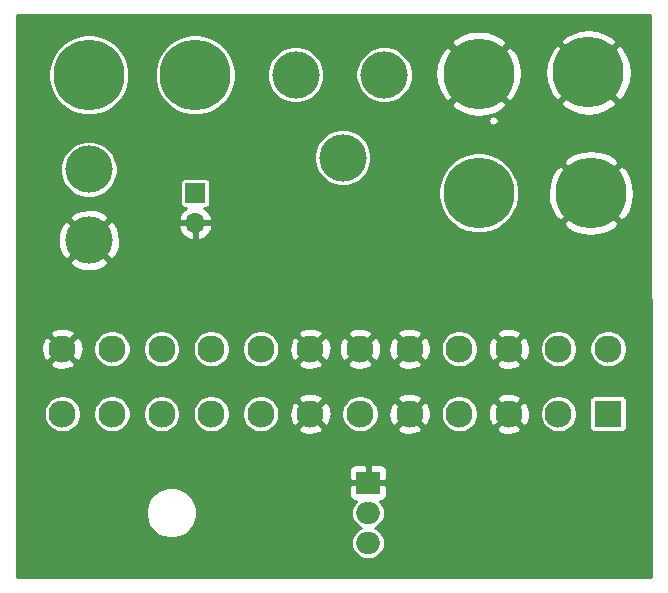
<source format=gbr>
%TF.GenerationSoftware,KiCad,Pcbnew,(5.1.12)-1*%
%TF.CreationDate,2023-10-03T16:06:21+02:00*%
%TF.ProjectId,PICO-AT,5049434f-2d41-4542-9e6b-696361645f70,rev?*%
%TF.SameCoordinates,Original*%
%TF.FileFunction,Copper,L2,Inr*%
%TF.FilePolarity,Positive*%
%FSLAX46Y46*%
G04 Gerber Fmt 4.6, Leading zero omitted, Abs format (unit mm)*
G04 Created by KiCad (PCBNEW (5.1.12)-1) date 2023-10-03 16:06:21*
%MOMM*%
%LPD*%
G01*
G04 APERTURE LIST*
%TA.AperFunction,ComponentPad*%
%ADD10R,2.000000X1.905000*%
%TD*%
%TA.AperFunction,ComponentPad*%
%ADD11O,2.000000X1.905000*%
%TD*%
%TA.AperFunction,ComponentPad*%
%ADD12R,2.300000X2.300000*%
%TD*%
%TA.AperFunction,ComponentPad*%
%ADD13C,2.300000*%
%TD*%
%TA.AperFunction,ComponentPad*%
%ADD14O,1.700000X1.700000*%
%TD*%
%TA.AperFunction,ComponentPad*%
%ADD15R,1.700000X1.700000*%
%TD*%
%TA.AperFunction,ComponentPad*%
%ADD16C,4.000000*%
%TD*%
%TA.AperFunction,ComponentPad*%
%ADD17C,6.000000*%
%TD*%
%TA.AperFunction,ViaPad*%
%ADD18C,0.800000*%
%TD*%
%TA.AperFunction,Conductor*%
%ADD19C,0.254000*%
%TD*%
%TA.AperFunction,Conductor*%
%ADD20C,0.100000*%
%TD*%
G04 APERTURE END LIST*
D10*
%TO.N,/GND*%
%TO.C,U1*%
X151638000Y-113538000D03*
D11*
%TO.N,/-12V*%
X151638000Y-116078000D03*
%TO.N,/-5V*%
X151638000Y-118618000D03*
%TD*%
D12*
%TO.N,/3.3V*%
%TO.C,J1*%
X171958000Y-107696000D03*
D13*
X167758000Y-107696000D03*
%TO.N,/GND*%
X163558000Y-107696000D03*
%TO.N,/5V*%
X159358000Y-107696000D03*
%TO.N,/GND*%
X155158000Y-107696000D03*
%TO.N,/5V*%
X150958000Y-107696000D03*
%TO.N,/GND*%
X146758000Y-107696000D03*
%TO.N,/PG*%
X142558000Y-107696000D03*
%TO.N,Net-(J1-Pad9)*%
X138358000Y-107696000D03*
%TO.N,/12V*%
X134158000Y-107696000D03*
X129958000Y-107696000D03*
%TO.N,Net-(J1-Pad12)*%
X125758000Y-107696000D03*
%TO.N,/3.3V*%
X171958000Y-102196000D03*
%TO.N,/-12V*%
X167758000Y-102196000D03*
%TO.N,/GND*%
X163558000Y-102196000D03*
%TO.N,/PS-ON*%
X159358000Y-102196000D03*
%TO.N,/GND*%
X155158000Y-102196000D03*
X150958000Y-102196000D03*
X146758000Y-102196000D03*
%TO.N,Net-(J1-Pad20)*%
X142558000Y-102196000D03*
%TO.N,/5V*%
X138358000Y-102196000D03*
X134158000Y-102196000D03*
X129958000Y-102196000D03*
%TO.N,/GND*%
X125758000Y-102196000D03*
%TD*%
D14*
%TO.N,/GND*%
%TO.C,+12V*%
X137000000Y-91540000D03*
D15*
%TO.N,/12V*%
X137000000Y-89000000D03*
%TD*%
D16*
%TO.N,/GND*%
%TO.C,GND*%
X128000000Y-93000000D03*
%TO.N,/PS-ON*%
X128000000Y-87000000D03*
%TD*%
D17*
%TO.N,/3.3V*%
%TO.C,+3.3V*%
X161000000Y-89000000D03*
%TD*%
%TO.N,/5V*%
%TO.C,+5V Red*%
X137000000Y-79000000D03*
%TD*%
%TO.N,/12V*%
%TO.C,+12V Blue*%
X128000000Y-79000000D03*
%TD*%
%TO.N,/GND*%
%TO.C,GND*%
X170300000Y-78800000D03*
%TD*%
%TO.N,/GND*%
%TO.C,GND*%
X161000000Y-78900000D03*
%TD*%
%TO.N,/GND*%
%TO.C,GND*%
X170500000Y-89000000D03*
%TD*%
D16*
%TO.N,/-12V*%
%TO.C,-12V*%
X153000000Y-79000000D03*
%TD*%
%TO.N,/-5V*%
%TO.C,-5V*%
X145500000Y-79000000D03*
%TD*%
%TO.N,/PG*%
%TO.C,PG*%
X149500000Y-86000000D03*
%TD*%
D18*
%TO.N,/GND*%
X173012000Y-118364000D03*
X173012000Y-119380000D03*
X124206000Y-113030000D03*
X126238000Y-115062000D03*
X124206000Y-117348000D03*
X126238000Y-119380000D03*
X122428000Y-115062000D03*
X122428000Y-119380000D03*
X124206000Y-121158000D03*
%TD*%
D19*
%TO.N,/GND*%
X175569796Y-121548000D02*
X121952000Y-121548000D01*
X121952000Y-115863584D01*
X132801000Y-115863584D01*
X132801000Y-116292416D01*
X132884660Y-116713008D01*
X133048767Y-117109196D01*
X133287013Y-117465757D01*
X133590243Y-117768987D01*
X133946804Y-118007233D01*
X134342992Y-118171340D01*
X134763584Y-118255000D01*
X135192416Y-118255000D01*
X135613008Y-118171340D01*
X136009196Y-118007233D01*
X136365757Y-117768987D01*
X136668987Y-117465757D01*
X136907233Y-117109196D01*
X137071340Y-116713008D01*
X137155000Y-116292416D01*
X137155000Y-115863584D01*
X137071340Y-115442992D01*
X136907233Y-115046804D01*
X136668987Y-114690243D01*
X136469244Y-114490500D01*
X149999928Y-114490500D01*
X150012188Y-114614982D01*
X150048498Y-114734680D01*
X150107463Y-114844994D01*
X150186815Y-114941685D01*
X150283506Y-115021037D01*
X150393820Y-115080002D01*
X150513518Y-115116312D01*
X150589052Y-115123751D01*
X150437938Y-115307883D01*
X150309842Y-115547534D01*
X150230961Y-115807571D01*
X150204326Y-116078000D01*
X150230961Y-116348429D01*
X150309842Y-116608466D01*
X150437938Y-116848117D01*
X150610327Y-117058173D01*
X150820383Y-117230562D01*
X151040094Y-117348000D01*
X150820383Y-117465438D01*
X150610327Y-117637827D01*
X150437938Y-117847883D01*
X150309842Y-118087534D01*
X150230961Y-118347571D01*
X150204326Y-118618000D01*
X150230961Y-118888429D01*
X150309842Y-119148466D01*
X150437938Y-119388117D01*
X150610327Y-119598173D01*
X150820383Y-119770562D01*
X151060034Y-119898658D01*
X151320071Y-119977539D01*
X151522738Y-119997500D01*
X151753262Y-119997500D01*
X151955929Y-119977539D01*
X152215966Y-119898658D01*
X152455617Y-119770562D01*
X152665673Y-119598173D01*
X152838062Y-119388117D01*
X152966158Y-119148466D01*
X153045039Y-118888429D01*
X153071674Y-118618000D01*
X153045039Y-118347571D01*
X152966158Y-118087534D01*
X152838062Y-117847883D01*
X152665673Y-117637827D01*
X152455617Y-117465438D01*
X152235906Y-117348000D01*
X152455617Y-117230562D01*
X152665673Y-117058173D01*
X152838062Y-116848117D01*
X152966158Y-116608466D01*
X153045039Y-116348429D01*
X153071674Y-116078000D01*
X153045039Y-115807571D01*
X152966158Y-115547534D01*
X152838062Y-115307883D01*
X152686948Y-115123751D01*
X152762482Y-115116312D01*
X152882180Y-115080002D01*
X152992494Y-115021037D01*
X153089185Y-114941685D01*
X153168537Y-114844994D01*
X153227502Y-114734680D01*
X153263812Y-114614982D01*
X153276072Y-114490500D01*
X153273000Y-113823750D01*
X153114250Y-113665000D01*
X151765000Y-113665000D01*
X151765000Y-113685000D01*
X151511000Y-113685000D01*
X151511000Y-113665000D01*
X150161750Y-113665000D01*
X150003000Y-113823750D01*
X149999928Y-114490500D01*
X136469244Y-114490500D01*
X136365757Y-114387013D01*
X136009196Y-114148767D01*
X135613008Y-113984660D01*
X135192416Y-113901000D01*
X134763584Y-113901000D01*
X134342992Y-113984660D01*
X133946804Y-114148767D01*
X133590243Y-114387013D01*
X133287013Y-114690243D01*
X133048767Y-115046804D01*
X132884660Y-115442992D01*
X132801000Y-115863584D01*
X121952000Y-115863584D01*
X121952000Y-112585500D01*
X149999928Y-112585500D01*
X150003000Y-113252250D01*
X150161750Y-113411000D01*
X151511000Y-113411000D01*
X151511000Y-112109250D01*
X151765000Y-112109250D01*
X151765000Y-113411000D01*
X153114250Y-113411000D01*
X153273000Y-113252250D01*
X153276072Y-112585500D01*
X153263812Y-112461018D01*
X153227502Y-112341320D01*
X153168537Y-112231006D01*
X153089185Y-112134315D01*
X152992494Y-112054963D01*
X152882180Y-111995998D01*
X152762482Y-111959688D01*
X152638000Y-111947428D01*
X151923750Y-111950500D01*
X151765000Y-112109250D01*
X151511000Y-112109250D01*
X151352250Y-111950500D01*
X150638000Y-111947428D01*
X150513518Y-111959688D01*
X150393820Y-111995998D01*
X150283506Y-112054963D01*
X150186815Y-112134315D01*
X150107463Y-112231006D01*
X150048498Y-112341320D01*
X150012188Y-112461018D01*
X149999928Y-112585500D01*
X121952000Y-112585500D01*
X121952000Y-107540679D01*
X124181000Y-107540679D01*
X124181000Y-107851321D01*
X124241604Y-108155994D01*
X124360481Y-108442989D01*
X124533064Y-108701279D01*
X124752721Y-108920936D01*
X125011011Y-109093519D01*
X125298006Y-109212396D01*
X125602679Y-109273000D01*
X125913321Y-109273000D01*
X126217994Y-109212396D01*
X126504989Y-109093519D01*
X126763279Y-108920936D01*
X126982936Y-108701279D01*
X127155519Y-108442989D01*
X127274396Y-108155994D01*
X127335000Y-107851321D01*
X127335000Y-107540679D01*
X128381000Y-107540679D01*
X128381000Y-107851321D01*
X128441604Y-108155994D01*
X128560481Y-108442989D01*
X128733064Y-108701279D01*
X128952721Y-108920936D01*
X129211011Y-109093519D01*
X129498006Y-109212396D01*
X129802679Y-109273000D01*
X130113321Y-109273000D01*
X130417994Y-109212396D01*
X130704989Y-109093519D01*
X130963279Y-108920936D01*
X131182936Y-108701279D01*
X131355519Y-108442989D01*
X131474396Y-108155994D01*
X131535000Y-107851321D01*
X131535000Y-107540679D01*
X132581000Y-107540679D01*
X132581000Y-107851321D01*
X132641604Y-108155994D01*
X132760481Y-108442989D01*
X132933064Y-108701279D01*
X133152721Y-108920936D01*
X133411011Y-109093519D01*
X133698006Y-109212396D01*
X134002679Y-109273000D01*
X134313321Y-109273000D01*
X134617994Y-109212396D01*
X134904989Y-109093519D01*
X135163279Y-108920936D01*
X135382936Y-108701279D01*
X135555519Y-108442989D01*
X135674396Y-108155994D01*
X135735000Y-107851321D01*
X135735000Y-107540679D01*
X136781000Y-107540679D01*
X136781000Y-107851321D01*
X136841604Y-108155994D01*
X136960481Y-108442989D01*
X137133064Y-108701279D01*
X137352721Y-108920936D01*
X137611011Y-109093519D01*
X137898006Y-109212396D01*
X138202679Y-109273000D01*
X138513321Y-109273000D01*
X138817994Y-109212396D01*
X139104989Y-109093519D01*
X139363279Y-108920936D01*
X139582936Y-108701279D01*
X139755519Y-108442989D01*
X139874396Y-108155994D01*
X139935000Y-107851321D01*
X139935000Y-107540679D01*
X140981000Y-107540679D01*
X140981000Y-107851321D01*
X141041604Y-108155994D01*
X141160481Y-108442989D01*
X141333064Y-108701279D01*
X141552721Y-108920936D01*
X141811011Y-109093519D01*
X142098006Y-109212396D01*
X142402679Y-109273000D01*
X142713321Y-109273000D01*
X143017994Y-109212396D01*
X143304989Y-109093519D01*
X143537218Y-108938349D01*
X145695256Y-108938349D01*
X145809118Y-109218090D01*
X146124296Y-109373961D01*
X146463826Y-109465349D01*
X146814661Y-109488741D01*
X147163319Y-109443240D01*
X147496400Y-109330594D01*
X147706882Y-109218090D01*
X147820744Y-108938349D01*
X146758000Y-107875605D01*
X145695256Y-108938349D01*
X143537218Y-108938349D01*
X143563279Y-108920936D01*
X143782936Y-108701279D01*
X143955519Y-108442989D01*
X144074396Y-108155994D01*
X144135000Y-107851321D01*
X144135000Y-107752661D01*
X144965259Y-107752661D01*
X145010760Y-108101319D01*
X145123406Y-108434400D01*
X145235910Y-108644882D01*
X145515651Y-108758744D01*
X146578395Y-107696000D01*
X146937605Y-107696000D01*
X148000349Y-108758744D01*
X148280090Y-108644882D01*
X148435961Y-108329704D01*
X148527349Y-107990174D01*
X148550741Y-107639339D01*
X148537866Y-107540679D01*
X149381000Y-107540679D01*
X149381000Y-107851321D01*
X149441604Y-108155994D01*
X149560481Y-108442989D01*
X149733064Y-108701279D01*
X149952721Y-108920936D01*
X150211011Y-109093519D01*
X150498006Y-109212396D01*
X150802679Y-109273000D01*
X151113321Y-109273000D01*
X151417994Y-109212396D01*
X151704989Y-109093519D01*
X151937218Y-108938349D01*
X154095256Y-108938349D01*
X154209118Y-109218090D01*
X154524296Y-109373961D01*
X154863826Y-109465349D01*
X155214661Y-109488741D01*
X155563319Y-109443240D01*
X155896400Y-109330594D01*
X156106882Y-109218090D01*
X156220744Y-108938349D01*
X155158000Y-107875605D01*
X154095256Y-108938349D01*
X151937218Y-108938349D01*
X151963279Y-108920936D01*
X152182936Y-108701279D01*
X152355519Y-108442989D01*
X152474396Y-108155994D01*
X152535000Y-107851321D01*
X152535000Y-107752661D01*
X153365259Y-107752661D01*
X153410760Y-108101319D01*
X153523406Y-108434400D01*
X153635910Y-108644882D01*
X153915651Y-108758744D01*
X154978395Y-107696000D01*
X155337605Y-107696000D01*
X156400349Y-108758744D01*
X156680090Y-108644882D01*
X156835961Y-108329704D01*
X156927349Y-107990174D01*
X156950741Y-107639339D01*
X156937866Y-107540679D01*
X157781000Y-107540679D01*
X157781000Y-107851321D01*
X157841604Y-108155994D01*
X157960481Y-108442989D01*
X158133064Y-108701279D01*
X158352721Y-108920936D01*
X158611011Y-109093519D01*
X158898006Y-109212396D01*
X159202679Y-109273000D01*
X159513321Y-109273000D01*
X159817994Y-109212396D01*
X160104989Y-109093519D01*
X160337218Y-108938349D01*
X162495256Y-108938349D01*
X162609118Y-109218090D01*
X162924296Y-109373961D01*
X163263826Y-109465349D01*
X163614661Y-109488741D01*
X163963319Y-109443240D01*
X164296400Y-109330594D01*
X164506882Y-109218090D01*
X164620744Y-108938349D01*
X163558000Y-107875605D01*
X162495256Y-108938349D01*
X160337218Y-108938349D01*
X160363279Y-108920936D01*
X160582936Y-108701279D01*
X160755519Y-108442989D01*
X160874396Y-108155994D01*
X160935000Y-107851321D01*
X160935000Y-107752661D01*
X161765259Y-107752661D01*
X161810760Y-108101319D01*
X161923406Y-108434400D01*
X162035910Y-108644882D01*
X162315651Y-108758744D01*
X163378395Y-107696000D01*
X163737605Y-107696000D01*
X164800349Y-108758744D01*
X165080090Y-108644882D01*
X165235961Y-108329704D01*
X165327349Y-107990174D01*
X165350741Y-107639339D01*
X165337866Y-107540679D01*
X166181000Y-107540679D01*
X166181000Y-107851321D01*
X166241604Y-108155994D01*
X166360481Y-108442989D01*
X166533064Y-108701279D01*
X166752721Y-108920936D01*
X167011011Y-109093519D01*
X167298006Y-109212396D01*
X167602679Y-109273000D01*
X167913321Y-109273000D01*
X168217994Y-109212396D01*
X168504989Y-109093519D01*
X168763279Y-108920936D01*
X168982936Y-108701279D01*
X169155519Y-108442989D01*
X169274396Y-108155994D01*
X169335000Y-107851321D01*
X169335000Y-107540679D01*
X169274396Y-107236006D01*
X169155519Y-106949011D01*
X168982936Y-106690721D01*
X168838215Y-106546000D01*
X170378934Y-106546000D01*
X170378934Y-108846000D01*
X170387178Y-108929707D01*
X170411595Y-109010196D01*
X170451245Y-109084376D01*
X170504605Y-109149395D01*
X170569624Y-109202755D01*
X170643804Y-109242405D01*
X170724293Y-109266822D01*
X170808000Y-109275066D01*
X173108000Y-109275066D01*
X173191707Y-109266822D01*
X173272196Y-109242405D01*
X173346376Y-109202755D01*
X173411395Y-109149395D01*
X173464755Y-109084376D01*
X173504405Y-109010196D01*
X173528822Y-108929707D01*
X173537066Y-108846000D01*
X173537066Y-106546000D01*
X173528822Y-106462293D01*
X173504405Y-106381804D01*
X173464755Y-106307624D01*
X173411395Y-106242605D01*
X173346376Y-106189245D01*
X173272196Y-106149595D01*
X173191707Y-106125178D01*
X173108000Y-106116934D01*
X170808000Y-106116934D01*
X170724293Y-106125178D01*
X170643804Y-106149595D01*
X170569624Y-106189245D01*
X170504605Y-106242605D01*
X170451245Y-106307624D01*
X170411595Y-106381804D01*
X170387178Y-106462293D01*
X170378934Y-106546000D01*
X168838215Y-106546000D01*
X168763279Y-106471064D01*
X168504989Y-106298481D01*
X168217994Y-106179604D01*
X167913321Y-106119000D01*
X167602679Y-106119000D01*
X167298006Y-106179604D01*
X167011011Y-106298481D01*
X166752721Y-106471064D01*
X166533064Y-106690721D01*
X166360481Y-106949011D01*
X166241604Y-107236006D01*
X166181000Y-107540679D01*
X165337866Y-107540679D01*
X165305240Y-107290681D01*
X165192594Y-106957600D01*
X165080090Y-106747118D01*
X164800349Y-106633256D01*
X163737605Y-107696000D01*
X163378395Y-107696000D01*
X162315651Y-106633256D01*
X162035910Y-106747118D01*
X161880039Y-107062296D01*
X161788651Y-107401826D01*
X161765259Y-107752661D01*
X160935000Y-107752661D01*
X160935000Y-107540679D01*
X160874396Y-107236006D01*
X160755519Y-106949011D01*
X160582936Y-106690721D01*
X160363279Y-106471064D01*
X160337219Y-106453651D01*
X162495256Y-106453651D01*
X163558000Y-107516395D01*
X164620744Y-106453651D01*
X164506882Y-106173910D01*
X164191704Y-106018039D01*
X163852174Y-105926651D01*
X163501339Y-105903259D01*
X163152681Y-105948760D01*
X162819600Y-106061406D01*
X162609118Y-106173910D01*
X162495256Y-106453651D01*
X160337219Y-106453651D01*
X160104989Y-106298481D01*
X159817994Y-106179604D01*
X159513321Y-106119000D01*
X159202679Y-106119000D01*
X158898006Y-106179604D01*
X158611011Y-106298481D01*
X158352721Y-106471064D01*
X158133064Y-106690721D01*
X157960481Y-106949011D01*
X157841604Y-107236006D01*
X157781000Y-107540679D01*
X156937866Y-107540679D01*
X156905240Y-107290681D01*
X156792594Y-106957600D01*
X156680090Y-106747118D01*
X156400349Y-106633256D01*
X155337605Y-107696000D01*
X154978395Y-107696000D01*
X153915651Y-106633256D01*
X153635910Y-106747118D01*
X153480039Y-107062296D01*
X153388651Y-107401826D01*
X153365259Y-107752661D01*
X152535000Y-107752661D01*
X152535000Y-107540679D01*
X152474396Y-107236006D01*
X152355519Y-106949011D01*
X152182936Y-106690721D01*
X151963279Y-106471064D01*
X151937219Y-106453651D01*
X154095256Y-106453651D01*
X155158000Y-107516395D01*
X156220744Y-106453651D01*
X156106882Y-106173910D01*
X155791704Y-106018039D01*
X155452174Y-105926651D01*
X155101339Y-105903259D01*
X154752681Y-105948760D01*
X154419600Y-106061406D01*
X154209118Y-106173910D01*
X154095256Y-106453651D01*
X151937219Y-106453651D01*
X151704989Y-106298481D01*
X151417994Y-106179604D01*
X151113321Y-106119000D01*
X150802679Y-106119000D01*
X150498006Y-106179604D01*
X150211011Y-106298481D01*
X149952721Y-106471064D01*
X149733064Y-106690721D01*
X149560481Y-106949011D01*
X149441604Y-107236006D01*
X149381000Y-107540679D01*
X148537866Y-107540679D01*
X148505240Y-107290681D01*
X148392594Y-106957600D01*
X148280090Y-106747118D01*
X148000349Y-106633256D01*
X146937605Y-107696000D01*
X146578395Y-107696000D01*
X145515651Y-106633256D01*
X145235910Y-106747118D01*
X145080039Y-107062296D01*
X144988651Y-107401826D01*
X144965259Y-107752661D01*
X144135000Y-107752661D01*
X144135000Y-107540679D01*
X144074396Y-107236006D01*
X143955519Y-106949011D01*
X143782936Y-106690721D01*
X143563279Y-106471064D01*
X143537219Y-106453651D01*
X145695256Y-106453651D01*
X146758000Y-107516395D01*
X147820744Y-106453651D01*
X147706882Y-106173910D01*
X147391704Y-106018039D01*
X147052174Y-105926651D01*
X146701339Y-105903259D01*
X146352681Y-105948760D01*
X146019600Y-106061406D01*
X145809118Y-106173910D01*
X145695256Y-106453651D01*
X143537219Y-106453651D01*
X143304989Y-106298481D01*
X143017994Y-106179604D01*
X142713321Y-106119000D01*
X142402679Y-106119000D01*
X142098006Y-106179604D01*
X141811011Y-106298481D01*
X141552721Y-106471064D01*
X141333064Y-106690721D01*
X141160481Y-106949011D01*
X141041604Y-107236006D01*
X140981000Y-107540679D01*
X139935000Y-107540679D01*
X139874396Y-107236006D01*
X139755519Y-106949011D01*
X139582936Y-106690721D01*
X139363279Y-106471064D01*
X139104989Y-106298481D01*
X138817994Y-106179604D01*
X138513321Y-106119000D01*
X138202679Y-106119000D01*
X137898006Y-106179604D01*
X137611011Y-106298481D01*
X137352721Y-106471064D01*
X137133064Y-106690721D01*
X136960481Y-106949011D01*
X136841604Y-107236006D01*
X136781000Y-107540679D01*
X135735000Y-107540679D01*
X135674396Y-107236006D01*
X135555519Y-106949011D01*
X135382936Y-106690721D01*
X135163279Y-106471064D01*
X134904989Y-106298481D01*
X134617994Y-106179604D01*
X134313321Y-106119000D01*
X134002679Y-106119000D01*
X133698006Y-106179604D01*
X133411011Y-106298481D01*
X133152721Y-106471064D01*
X132933064Y-106690721D01*
X132760481Y-106949011D01*
X132641604Y-107236006D01*
X132581000Y-107540679D01*
X131535000Y-107540679D01*
X131474396Y-107236006D01*
X131355519Y-106949011D01*
X131182936Y-106690721D01*
X130963279Y-106471064D01*
X130704989Y-106298481D01*
X130417994Y-106179604D01*
X130113321Y-106119000D01*
X129802679Y-106119000D01*
X129498006Y-106179604D01*
X129211011Y-106298481D01*
X128952721Y-106471064D01*
X128733064Y-106690721D01*
X128560481Y-106949011D01*
X128441604Y-107236006D01*
X128381000Y-107540679D01*
X127335000Y-107540679D01*
X127274396Y-107236006D01*
X127155519Y-106949011D01*
X126982936Y-106690721D01*
X126763279Y-106471064D01*
X126504989Y-106298481D01*
X126217994Y-106179604D01*
X125913321Y-106119000D01*
X125602679Y-106119000D01*
X125298006Y-106179604D01*
X125011011Y-106298481D01*
X124752721Y-106471064D01*
X124533064Y-106690721D01*
X124360481Y-106949011D01*
X124241604Y-107236006D01*
X124181000Y-107540679D01*
X121952000Y-107540679D01*
X121952000Y-103438349D01*
X124695256Y-103438349D01*
X124809118Y-103718090D01*
X125124296Y-103873961D01*
X125463826Y-103965349D01*
X125814661Y-103988741D01*
X126163319Y-103943240D01*
X126496400Y-103830594D01*
X126706882Y-103718090D01*
X126820744Y-103438349D01*
X125758000Y-102375605D01*
X124695256Y-103438349D01*
X121952000Y-103438349D01*
X121952000Y-102252661D01*
X123965259Y-102252661D01*
X124010760Y-102601319D01*
X124123406Y-102934400D01*
X124235910Y-103144882D01*
X124515651Y-103258744D01*
X125578395Y-102196000D01*
X125937605Y-102196000D01*
X127000349Y-103258744D01*
X127280090Y-103144882D01*
X127435961Y-102829704D01*
X127527349Y-102490174D01*
X127550741Y-102139339D01*
X127537866Y-102040679D01*
X128381000Y-102040679D01*
X128381000Y-102351321D01*
X128441604Y-102655994D01*
X128560481Y-102942989D01*
X128733064Y-103201279D01*
X128952721Y-103420936D01*
X129211011Y-103593519D01*
X129498006Y-103712396D01*
X129802679Y-103773000D01*
X130113321Y-103773000D01*
X130417994Y-103712396D01*
X130704989Y-103593519D01*
X130963279Y-103420936D01*
X131182936Y-103201279D01*
X131355519Y-102942989D01*
X131474396Y-102655994D01*
X131535000Y-102351321D01*
X131535000Y-102040679D01*
X132581000Y-102040679D01*
X132581000Y-102351321D01*
X132641604Y-102655994D01*
X132760481Y-102942989D01*
X132933064Y-103201279D01*
X133152721Y-103420936D01*
X133411011Y-103593519D01*
X133698006Y-103712396D01*
X134002679Y-103773000D01*
X134313321Y-103773000D01*
X134617994Y-103712396D01*
X134904989Y-103593519D01*
X135163279Y-103420936D01*
X135382936Y-103201279D01*
X135555519Y-102942989D01*
X135674396Y-102655994D01*
X135735000Y-102351321D01*
X135735000Y-102040679D01*
X136781000Y-102040679D01*
X136781000Y-102351321D01*
X136841604Y-102655994D01*
X136960481Y-102942989D01*
X137133064Y-103201279D01*
X137352721Y-103420936D01*
X137611011Y-103593519D01*
X137898006Y-103712396D01*
X138202679Y-103773000D01*
X138513321Y-103773000D01*
X138817994Y-103712396D01*
X139104989Y-103593519D01*
X139363279Y-103420936D01*
X139582936Y-103201279D01*
X139755519Y-102942989D01*
X139874396Y-102655994D01*
X139935000Y-102351321D01*
X139935000Y-102040679D01*
X140981000Y-102040679D01*
X140981000Y-102351321D01*
X141041604Y-102655994D01*
X141160481Y-102942989D01*
X141333064Y-103201279D01*
X141552721Y-103420936D01*
X141811011Y-103593519D01*
X142098006Y-103712396D01*
X142402679Y-103773000D01*
X142713321Y-103773000D01*
X143017994Y-103712396D01*
X143304989Y-103593519D01*
X143537218Y-103438349D01*
X145695256Y-103438349D01*
X145809118Y-103718090D01*
X146124296Y-103873961D01*
X146463826Y-103965349D01*
X146814661Y-103988741D01*
X147163319Y-103943240D01*
X147496400Y-103830594D01*
X147706882Y-103718090D01*
X147820744Y-103438349D01*
X149895256Y-103438349D01*
X150009118Y-103718090D01*
X150324296Y-103873961D01*
X150663826Y-103965349D01*
X151014661Y-103988741D01*
X151363319Y-103943240D01*
X151696400Y-103830594D01*
X151906882Y-103718090D01*
X152020744Y-103438349D01*
X154095256Y-103438349D01*
X154209118Y-103718090D01*
X154524296Y-103873961D01*
X154863826Y-103965349D01*
X155214661Y-103988741D01*
X155563319Y-103943240D01*
X155896400Y-103830594D01*
X156106882Y-103718090D01*
X156220744Y-103438349D01*
X155158000Y-102375605D01*
X154095256Y-103438349D01*
X152020744Y-103438349D01*
X150958000Y-102375605D01*
X149895256Y-103438349D01*
X147820744Y-103438349D01*
X146758000Y-102375605D01*
X145695256Y-103438349D01*
X143537218Y-103438349D01*
X143563279Y-103420936D01*
X143782936Y-103201279D01*
X143955519Y-102942989D01*
X144074396Y-102655994D01*
X144135000Y-102351321D01*
X144135000Y-102252661D01*
X144965259Y-102252661D01*
X145010760Y-102601319D01*
X145123406Y-102934400D01*
X145235910Y-103144882D01*
X145515651Y-103258744D01*
X146578395Y-102196000D01*
X146937605Y-102196000D01*
X148000349Y-103258744D01*
X148280090Y-103144882D01*
X148435961Y-102829704D01*
X148527349Y-102490174D01*
X148543185Y-102252661D01*
X149165259Y-102252661D01*
X149210760Y-102601319D01*
X149323406Y-102934400D01*
X149435910Y-103144882D01*
X149715651Y-103258744D01*
X150778395Y-102196000D01*
X151137605Y-102196000D01*
X152200349Y-103258744D01*
X152480090Y-103144882D01*
X152635961Y-102829704D01*
X152727349Y-102490174D01*
X152743185Y-102252661D01*
X153365259Y-102252661D01*
X153410760Y-102601319D01*
X153523406Y-102934400D01*
X153635910Y-103144882D01*
X153915651Y-103258744D01*
X154978395Y-102196000D01*
X155337605Y-102196000D01*
X156400349Y-103258744D01*
X156680090Y-103144882D01*
X156835961Y-102829704D01*
X156927349Y-102490174D01*
X156950741Y-102139339D01*
X156937866Y-102040679D01*
X157781000Y-102040679D01*
X157781000Y-102351321D01*
X157841604Y-102655994D01*
X157960481Y-102942989D01*
X158133064Y-103201279D01*
X158352721Y-103420936D01*
X158611011Y-103593519D01*
X158898006Y-103712396D01*
X159202679Y-103773000D01*
X159513321Y-103773000D01*
X159817994Y-103712396D01*
X160104989Y-103593519D01*
X160337218Y-103438349D01*
X162495256Y-103438349D01*
X162609118Y-103718090D01*
X162924296Y-103873961D01*
X163263826Y-103965349D01*
X163614661Y-103988741D01*
X163963319Y-103943240D01*
X164296400Y-103830594D01*
X164506882Y-103718090D01*
X164620744Y-103438349D01*
X163558000Y-102375605D01*
X162495256Y-103438349D01*
X160337218Y-103438349D01*
X160363279Y-103420936D01*
X160582936Y-103201279D01*
X160755519Y-102942989D01*
X160874396Y-102655994D01*
X160935000Y-102351321D01*
X160935000Y-102252661D01*
X161765259Y-102252661D01*
X161810760Y-102601319D01*
X161923406Y-102934400D01*
X162035910Y-103144882D01*
X162315651Y-103258744D01*
X163378395Y-102196000D01*
X163737605Y-102196000D01*
X164800349Y-103258744D01*
X165080090Y-103144882D01*
X165235961Y-102829704D01*
X165327349Y-102490174D01*
X165350741Y-102139339D01*
X165337866Y-102040679D01*
X166181000Y-102040679D01*
X166181000Y-102351321D01*
X166241604Y-102655994D01*
X166360481Y-102942989D01*
X166533064Y-103201279D01*
X166752721Y-103420936D01*
X167011011Y-103593519D01*
X167298006Y-103712396D01*
X167602679Y-103773000D01*
X167913321Y-103773000D01*
X168217994Y-103712396D01*
X168504989Y-103593519D01*
X168763279Y-103420936D01*
X168982936Y-103201279D01*
X169155519Y-102942989D01*
X169274396Y-102655994D01*
X169335000Y-102351321D01*
X169335000Y-102040679D01*
X170381000Y-102040679D01*
X170381000Y-102351321D01*
X170441604Y-102655994D01*
X170560481Y-102942989D01*
X170733064Y-103201279D01*
X170952721Y-103420936D01*
X171211011Y-103593519D01*
X171498006Y-103712396D01*
X171802679Y-103773000D01*
X172113321Y-103773000D01*
X172417994Y-103712396D01*
X172704989Y-103593519D01*
X172963279Y-103420936D01*
X173182936Y-103201279D01*
X173355519Y-102942989D01*
X173474396Y-102655994D01*
X173535000Y-102351321D01*
X173535000Y-102040679D01*
X173474396Y-101736006D01*
X173355519Y-101449011D01*
X173182936Y-101190721D01*
X172963279Y-100971064D01*
X172704989Y-100798481D01*
X172417994Y-100679604D01*
X172113321Y-100619000D01*
X171802679Y-100619000D01*
X171498006Y-100679604D01*
X171211011Y-100798481D01*
X170952721Y-100971064D01*
X170733064Y-101190721D01*
X170560481Y-101449011D01*
X170441604Y-101736006D01*
X170381000Y-102040679D01*
X169335000Y-102040679D01*
X169274396Y-101736006D01*
X169155519Y-101449011D01*
X168982936Y-101190721D01*
X168763279Y-100971064D01*
X168504989Y-100798481D01*
X168217994Y-100679604D01*
X167913321Y-100619000D01*
X167602679Y-100619000D01*
X167298006Y-100679604D01*
X167011011Y-100798481D01*
X166752721Y-100971064D01*
X166533064Y-101190721D01*
X166360481Y-101449011D01*
X166241604Y-101736006D01*
X166181000Y-102040679D01*
X165337866Y-102040679D01*
X165305240Y-101790681D01*
X165192594Y-101457600D01*
X165080090Y-101247118D01*
X164800349Y-101133256D01*
X163737605Y-102196000D01*
X163378395Y-102196000D01*
X162315651Y-101133256D01*
X162035910Y-101247118D01*
X161880039Y-101562296D01*
X161788651Y-101901826D01*
X161765259Y-102252661D01*
X160935000Y-102252661D01*
X160935000Y-102040679D01*
X160874396Y-101736006D01*
X160755519Y-101449011D01*
X160582936Y-101190721D01*
X160363279Y-100971064D01*
X160337219Y-100953651D01*
X162495256Y-100953651D01*
X163558000Y-102016395D01*
X164620744Y-100953651D01*
X164506882Y-100673910D01*
X164191704Y-100518039D01*
X163852174Y-100426651D01*
X163501339Y-100403259D01*
X163152681Y-100448760D01*
X162819600Y-100561406D01*
X162609118Y-100673910D01*
X162495256Y-100953651D01*
X160337219Y-100953651D01*
X160104989Y-100798481D01*
X159817994Y-100679604D01*
X159513321Y-100619000D01*
X159202679Y-100619000D01*
X158898006Y-100679604D01*
X158611011Y-100798481D01*
X158352721Y-100971064D01*
X158133064Y-101190721D01*
X157960481Y-101449011D01*
X157841604Y-101736006D01*
X157781000Y-102040679D01*
X156937866Y-102040679D01*
X156905240Y-101790681D01*
X156792594Y-101457600D01*
X156680090Y-101247118D01*
X156400349Y-101133256D01*
X155337605Y-102196000D01*
X154978395Y-102196000D01*
X153915651Y-101133256D01*
X153635910Y-101247118D01*
X153480039Y-101562296D01*
X153388651Y-101901826D01*
X153365259Y-102252661D01*
X152743185Y-102252661D01*
X152750741Y-102139339D01*
X152705240Y-101790681D01*
X152592594Y-101457600D01*
X152480090Y-101247118D01*
X152200349Y-101133256D01*
X151137605Y-102196000D01*
X150778395Y-102196000D01*
X149715651Y-101133256D01*
X149435910Y-101247118D01*
X149280039Y-101562296D01*
X149188651Y-101901826D01*
X149165259Y-102252661D01*
X148543185Y-102252661D01*
X148550741Y-102139339D01*
X148505240Y-101790681D01*
X148392594Y-101457600D01*
X148280090Y-101247118D01*
X148000349Y-101133256D01*
X146937605Y-102196000D01*
X146578395Y-102196000D01*
X145515651Y-101133256D01*
X145235910Y-101247118D01*
X145080039Y-101562296D01*
X144988651Y-101901826D01*
X144965259Y-102252661D01*
X144135000Y-102252661D01*
X144135000Y-102040679D01*
X144074396Y-101736006D01*
X143955519Y-101449011D01*
X143782936Y-101190721D01*
X143563279Y-100971064D01*
X143537219Y-100953651D01*
X145695256Y-100953651D01*
X146758000Y-102016395D01*
X147820744Y-100953651D01*
X149895256Y-100953651D01*
X150958000Y-102016395D01*
X152020744Y-100953651D01*
X154095256Y-100953651D01*
X155158000Y-102016395D01*
X156220744Y-100953651D01*
X156106882Y-100673910D01*
X155791704Y-100518039D01*
X155452174Y-100426651D01*
X155101339Y-100403259D01*
X154752681Y-100448760D01*
X154419600Y-100561406D01*
X154209118Y-100673910D01*
X154095256Y-100953651D01*
X152020744Y-100953651D01*
X151906882Y-100673910D01*
X151591704Y-100518039D01*
X151252174Y-100426651D01*
X150901339Y-100403259D01*
X150552681Y-100448760D01*
X150219600Y-100561406D01*
X150009118Y-100673910D01*
X149895256Y-100953651D01*
X147820744Y-100953651D01*
X147706882Y-100673910D01*
X147391704Y-100518039D01*
X147052174Y-100426651D01*
X146701339Y-100403259D01*
X146352681Y-100448760D01*
X146019600Y-100561406D01*
X145809118Y-100673910D01*
X145695256Y-100953651D01*
X143537219Y-100953651D01*
X143304989Y-100798481D01*
X143017994Y-100679604D01*
X142713321Y-100619000D01*
X142402679Y-100619000D01*
X142098006Y-100679604D01*
X141811011Y-100798481D01*
X141552721Y-100971064D01*
X141333064Y-101190721D01*
X141160481Y-101449011D01*
X141041604Y-101736006D01*
X140981000Y-102040679D01*
X139935000Y-102040679D01*
X139874396Y-101736006D01*
X139755519Y-101449011D01*
X139582936Y-101190721D01*
X139363279Y-100971064D01*
X139104989Y-100798481D01*
X138817994Y-100679604D01*
X138513321Y-100619000D01*
X138202679Y-100619000D01*
X137898006Y-100679604D01*
X137611011Y-100798481D01*
X137352721Y-100971064D01*
X137133064Y-101190721D01*
X136960481Y-101449011D01*
X136841604Y-101736006D01*
X136781000Y-102040679D01*
X135735000Y-102040679D01*
X135674396Y-101736006D01*
X135555519Y-101449011D01*
X135382936Y-101190721D01*
X135163279Y-100971064D01*
X134904989Y-100798481D01*
X134617994Y-100679604D01*
X134313321Y-100619000D01*
X134002679Y-100619000D01*
X133698006Y-100679604D01*
X133411011Y-100798481D01*
X133152721Y-100971064D01*
X132933064Y-101190721D01*
X132760481Y-101449011D01*
X132641604Y-101736006D01*
X132581000Y-102040679D01*
X131535000Y-102040679D01*
X131474396Y-101736006D01*
X131355519Y-101449011D01*
X131182936Y-101190721D01*
X130963279Y-100971064D01*
X130704989Y-100798481D01*
X130417994Y-100679604D01*
X130113321Y-100619000D01*
X129802679Y-100619000D01*
X129498006Y-100679604D01*
X129211011Y-100798481D01*
X128952721Y-100971064D01*
X128733064Y-101190721D01*
X128560481Y-101449011D01*
X128441604Y-101736006D01*
X128381000Y-102040679D01*
X127537866Y-102040679D01*
X127505240Y-101790681D01*
X127392594Y-101457600D01*
X127280090Y-101247118D01*
X127000349Y-101133256D01*
X125937605Y-102196000D01*
X125578395Y-102196000D01*
X124515651Y-101133256D01*
X124235910Y-101247118D01*
X124080039Y-101562296D01*
X123988651Y-101901826D01*
X123965259Y-102252661D01*
X121952000Y-102252661D01*
X121952000Y-100953651D01*
X124695256Y-100953651D01*
X125758000Y-102016395D01*
X126820744Y-100953651D01*
X126706882Y-100673910D01*
X126391704Y-100518039D01*
X126052174Y-100426651D01*
X125701339Y-100403259D01*
X125352681Y-100448760D01*
X125019600Y-100561406D01*
X124809118Y-100673910D01*
X124695256Y-100953651D01*
X121952000Y-100953651D01*
X121952000Y-94847499D01*
X126332106Y-94847499D01*
X126548228Y-95214258D01*
X127008105Y-95454938D01*
X127506098Y-95601275D01*
X128023071Y-95647648D01*
X128539159Y-95592273D01*
X129034526Y-95437279D01*
X129451772Y-95214258D01*
X129667894Y-94847499D01*
X128000000Y-93179605D01*
X126332106Y-94847499D01*
X121952000Y-94847499D01*
X121952000Y-93023071D01*
X125352352Y-93023071D01*
X125407727Y-93539159D01*
X125562721Y-94034526D01*
X125785742Y-94451772D01*
X126152501Y-94667894D01*
X127820395Y-93000000D01*
X128179605Y-93000000D01*
X129847499Y-94667894D01*
X130214258Y-94451772D01*
X130454938Y-93991895D01*
X130601275Y-93493902D01*
X130647648Y-92976929D01*
X130592273Y-92460841D01*
X130437279Y-91965474D01*
X130400621Y-91896890D01*
X135558524Y-91896890D01*
X135603175Y-92044099D01*
X135728359Y-92306920D01*
X135902412Y-92540269D01*
X136118645Y-92735178D01*
X136368748Y-92884157D01*
X136643109Y-92981481D01*
X136873000Y-92860814D01*
X136873000Y-91667000D01*
X137127000Y-91667000D01*
X137127000Y-92860814D01*
X137356891Y-92981481D01*
X137631252Y-92884157D01*
X137881355Y-92735178D01*
X138097588Y-92540269D01*
X138271641Y-92306920D01*
X138396825Y-92044099D01*
X138441476Y-91896890D01*
X138320155Y-91667000D01*
X137127000Y-91667000D01*
X136873000Y-91667000D01*
X135679845Y-91667000D01*
X135558524Y-91896890D01*
X130400621Y-91896890D01*
X130214258Y-91548228D01*
X129847499Y-91332106D01*
X128179605Y-93000000D01*
X127820395Y-93000000D01*
X126152501Y-91332106D01*
X125785742Y-91548228D01*
X125545062Y-92008105D01*
X125398725Y-92506098D01*
X125352352Y-93023071D01*
X121952000Y-93023071D01*
X121952000Y-91152501D01*
X126332106Y-91152501D01*
X128000000Y-92820395D01*
X129637285Y-91183110D01*
X135558524Y-91183110D01*
X135679845Y-91413000D01*
X136873000Y-91413000D01*
X136873000Y-91393000D01*
X137127000Y-91393000D01*
X137127000Y-91413000D01*
X138320155Y-91413000D01*
X138441476Y-91183110D01*
X138396825Y-91035901D01*
X138271641Y-90773080D01*
X138097588Y-90539731D01*
X137881355Y-90344822D01*
X137770965Y-90279066D01*
X137850000Y-90279066D01*
X137933707Y-90270822D01*
X138014196Y-90246405D01*
X138088376Y-90206755D01*
X138153395Y-90153395D01*
X138206755Y-90088376D01*
X138246405Y-90014196D01*
X138270822Y-89933707D01*
X138279066Y-89850000D01*
X138279066Y-88662470D01*
X157573000Y-88662470D01*
X157573000Y-89337530D01*
X157704697Y-89999619D01*
X157963032Y-90623293D01*
X158338075Y-91184585D01*
X158815415Y-91661925D01*
X159376707Y-92036968D01*
X160000381Y-92295303D01*
X160662470Y-92427000D01*
X161337530Y-92427000D01*
X161999619Y-92295303D01*
X162623293Y-92036968D01*
X163184585Y-91661925D01*
X163287824Y-91558686D01*
X168120919Y-91558686D01*
X168457106Y-92027868D01*
X169087068Y-92368237D01*
X169771327Y-92579166D01*
X170483589Y-92652550D01*
X171196482Y-92585569D01*
X171882609Y-92380796D01*
X172515603Y-92046102D01*
X172542894Y-92027868D01*
X172879081Y-91558686D01*
X170500000Y-89179605D01*
X168120919Y-91558686D01*
X163287824Y-91558686D01*
X163661925Y-91184585D01*
X164036968Y-90623293D01*
X164295303Y-89999619D01*
X164427000Y-89337530D01*
X164427000Y-88983589D01*
X166847450Y-88983589D01*
X166914431Y-89696482D01*
X167119204Y-90382609D01*
X167453898Y-91015603D01*
X167472132Y-91042894D01*
X167941314Y-91379081D01*
X170320395Y-89000000D01*
X170679605Y-89000000D01*
X173058686Y-91379081D01*
X173527868Y-91042894D01*
X173868237Y-90412932D01*
X174079166Y-89728673D01*
X174152550Y-89016411D01*
X174085569Y-88303518D01*
X173880796Y-87617391D01*
X173546102Y-86984397D01*
X173527868Y-86957106D01*
X173058686Y-86620919D01*
X170679605Y-89000000D01*
X170320395Y-89000000D01*
X167941314Y-86620919D01*
X167472132Y-86957106D01*
X167131763Y-87587068D01*
X166920834Y-88271327D01*
X166847450Y-88983589D01*
X164427000Y-88983589D01*
X164427000Y-88662470D01*
X164295303Y-88000381D01*
X164036968Y-87376707D01*
X163661925Y-86815415D01*
X163287824Y-86441314D01*
X168120919Y-86441314D01*
X170500000Y-88820395D01*
X172879081Y-86441314D01*
X172542894Y-85972132D01*
X171912932Y-85631763D01*
X171228673Y-85420834D01*
X170516411Y-85347450D01*
X169803518Y-85414431D01*
X169117391Y-85619204D01*
X168484397Y-85953898D01*
X168457106Y-85972132D01*
X168120919Y-86441314D01*
X163287824Y-86441314D01*
X163184585Y-86338075D01*
X162623293Y-85963032D01*
X161999619Y-85704697D01*
X161337530Y-85573000D01*
X160662470Y-85573000D01*
X160000381Y-85704697D01*
X159376707Y-85963032D01*
X158815415Y-86338075D01*
X158338075Y-86815415D01*
X157963032Y-87376707D01*
X157704697Y-88000381D01*
X157573000Y-88662470D01*
X138279066Y-88662470D01*
X138279066Y-88150000D01*
X138270822Y-88066293D01*
X138246405Y-87985804D01*
X138206755Y-87911624D01*
X138153395Y-87846605D01*
X138088376Y-87793245D01*
X138014196Y-87753595D01*
X137933707Y-87729178D01*
X137850000Y-87720934D01*
X136150000Y-87720934D01*
X136066293Y-87729178D01*
X135985804Y-87753595D01*
X135911624Y-87793245D01*
X135846605Y-87846605D01*
X135793245Y-87911624D01*
X135753595Y-87985804D01*
X135729178Y-88066293D01*
X135720934Y-88150000D01*
X135720934Y-89850000D01*
X135729178Y-89933707D01*
X135753595Y-90014196D01*
X135793245Y-90088376D01*
X135846605Y-90153395D01*
X135911624Y-90206755D01*
X135985804Y-90246405D01*
X136066293Y-90270822D01*
X136150000Y-90279066D01*
X136229035Y-90279066D01*
X136118645Y-90344822D01*
X135902412Y-90539731D01*
X135728359Y-90773080D01*
X135603175Y-91035901D01*
X135558524Y-91183110D01*
X129637285Y-91183110D01*
X129667894Y-91152501D01*
X129451772Y-90785742D01*
X128991895Y-90545062D01*
X128493902Y-90398725D01*
X127976929Y-90352352D01*
X127460841Y-90407727D01*
X126965474Y-90562721D01*
X126548228Y-90785742D01*
X126332106Y-91152501D01*
X121952000Y-91152501D01*
X121952000Y-86760961D01*
X125573000Y-86760961D01*
X125573000Y-87239039D01*
X125666268Y-87707930D01*
X125849221Y-88149615D01*
X126114826Y-88547122D01*
X126452878Y-88885174D01*
X126850385Y-89150779D01*
X127292070Y-89333732D01*
X127760961Y-89427000D01*
X128239039Y-89427000D01*
X128707930Y-89333732D01*
X129149615Y-89150779D01*
X129547122Y-88885174D01*
X129885174Y-88547122D01*
X130150779Y-88149615D01*
X130333732Y-87707930D01*
X130427000Y-87239039D01*
X130427000Y-86760961D01*
X130333732Y-86292070D01*
X130150779Y-85850385D01*
X130091028Y-85760961D01*
X147073000Y-85760961D01*
X147073000Y-86239039D01*
X147166268Y-86707930D01*
X147349221Y-87149615D01*
X147614826Y-87547122D01*
X147952878Y-87885174D01*
X148350385Y-88150779D01*
X148792070Y-88333732D01*
X149260961Y-88427000D01*
X149739039Y-88427000D01*
X150207930Y-88333732D01*
X150649615Y-88150779D01*
X151047122Y-87885174D01*
X151385174Y-87547122D01*
X151650779Y-87149615D01*
X151833732Y-86707930D01*
X151927000Y-86239039D01*
X151927000Y-85760961D01*
X151833732Y-85292070D01*
X151650779Y-84850385D01*
X151385174Y-84452878D01*
X151047122Y-84114826D01*
X150649615Y-83849221D01*
X150207930Y-83666268D01*
X149739039Y-83573000D01*
X149260961Y-83573000D01*
X148792070Y-83666268D01*
X148350385Y-83849221D01*
X147952878Y-84114826D01*
X147614826Y-84452878D01*
X147349221Y-84850385D01*
X147166268Y-85292070D01*
X147073000Y-85760961D01*
X130091028Y-85760961D01*
X129885174Y-85452878D01*
X129547122Y-85114826D01*
X129149615Y-84849221D01*
X128707930Y-84666268D01*
X128239039Y-84573000D01*
X127760961Y-84573000D01*
X127292070Y-84666268D01*
X126850385Y-84849221D01*
X126452878Y-85114826D01*
X126114826Y-85452878D01*
X125849221Y-85850385D01*
X125666268Y-86292070D01*
X125573000Y-86760961D01*
X121952000Y-86760961D01*
X121952000Y-82868000D01*
X161789813Y-82868000D01*
X161798540Y-82956607D01*
X161824386Y-83041810D01*
X161866357Y-83120333D01*
X161922841Y-83189159D01*
X161991667Y-83245643D01*
X162070190Y-83287614D01*
X162155393Y-83313460D01*
X162221795Y-83320000D01*
X162266205Y-83320000D01*
X162332607Y-83313460D01*
X162417810Y-83287614D01*
X162496333Y-83245643D01*
X162565159Y-83189159D01*
X162621643Y-83120333D01*
X162663614Y-83041810D01*
X162689460Y-82956607D01*
X162698187Y-82868000D01*
X162689460Y-82779393D01*
X162663614Y-82694190D01*
X162621643Y-82615667D01*
X162565159Y-82546841D01*
X162496333Y-82490357D01*
X162417810Y-82448386D01*
X162332607Y-82422540D01*
X162266205Y-82416000D01*
X162221795Y-82416000D01*
X162155393Y-82422540D01*
X162070190Y-82448386D01*
X161991667Y-82490357D01*
X161922841Y-82546841D01*
X161866357Y-82615667D01*
X161824386Y-82694190D01*
X161798540Y-82779393D01*
X161789813Y-82868000D01*
X121952000Y-82868000D01*
X121952000Y-78662470D01*
X124573000Y-78662470D01*
X124573000Y-79337530D01*
X124704697Y-79999619D01*
X124963032Y-80623293D01*
X125338075Y-81184585D01*
X125815415Y-81661925D01*
X126376707Y-82036968D01*
X127000381Y-82295303D01*
X127662470Y-82427000D01*
X128337530Y-82427000D01*
X128999619Y-82295303D01*
X129623293Y-82036968D01*
X130184585Y-81661925D01*
X130661925Y-81184585D01*
X131036968Y-80623293D01*
X131295303Y-79999619D01*
X131427000Y-79337530D01*
X131427000Y-78662470D01*
X133573000Y-78662470D01*
X133573000Y-79337530D01*
X133704697Y-79999619D01*
X133963032Y-80623293D01*
X134338075Y-81184585D01*
X134815415Y-81661925D01*
X135376707Y-82036968D01*
X136000381Y-82295303D01*
X136662470Y-82427000D01*
X137337530Y-82427000D01*
X137999619Y-82295303D01*
X138623293Y-82036968D01*
X139184585Y-81661925D01*
X139387824Y-81458686D01*
X158620919Y-81458686D01*
X158957106Y-81927868D01*
X159587068Y-82268237D01*
X160271327Y-82479166D01*
X160983589Y-82552550D01*
X161696482Y-82485569D01*
X162382609Y-82280796D01*
X163015603Y-81946102D01*
X163042894Y-81927868D01*
X163379081Y-81458686D01*
X163279081Y-81358686D01*
X167920919Y-81358686D01*
X168257106Y-81827868D01*
X168887068Y-82168237D01*
X169571327Y-82379166D01*
X170283589Y-82452550D01*
X170996482Y-82385569D01*
X171682609Y-82180796D01*
X172315603Y-81846102D01*
X172342894Y-81827868D01*
X172679081Y-81358686D01*
X170300000Y-78979605D01*
X167920919Y-81358686D01*
X163279081Y-81358686D01*
X161000000Y-79079605D01*
X158620919Y-81458686D01*
X139387824Y-81458686D01*
X139661925Y-81184585D01*
X140036968Y-80623293D01*
X140295303Y-79999619D01*
X140427000Y-79337530D01*
X140427000Y-78760961D01*
X143073000Y-78760961D01*
X143073000Y-79239039D01*
X143166268Y-79707930D01*
X143349221Y-80149615D01*
X143614826Y-80547122D01*
X143952878Y-80885174D01*
X144350385Y-81150779D01*
X144792070Y-81333732D01*
X145260961Y-81427000D01*
X145739039Y-81427000D01*
X146207930Y-81333732D01*
X146649615Y-81150779D01*
X147047122Y-80885174D01*
X147385174Y-80547122D01*
X147650779Y-80149615D01*
X147833732Y-79707930D01*
X147927000Y-79239039D01*
X147927000Y-78760961D01*
X150573000Y-78760961D01*
X150573000Y-79239039D01*
X150666268Y-79707930D01*
X150849221Y-80149615D01*
X151114826Y-80547122D01*
X151452878Y-80885174D01*
X151850385Y-81150779D01*
X152292070Y-81333732D01*
X152760961Y-81427000D01*
X153239039Y-81427000D01*
X153707930Y-81333732D01*
X154149615Y-81150779D01*
X154547122Y-80885174D01*
X154885174Y-80547122D01*
X155150779Y-80149615D01*
X155333732Y-79707930D01*
X155427000Y-79239039D01*
X155427000Y-78883589D01*
X157347450Y-78883589D01*
X157414431Y-79596482D01*
X157619204Y-80282609D01*
X157953898Y-80915603D01*
X157972132Y-80942894D01*
X158441314Y-81279081D01*
X160820395Y-78900000D01*
X161179605Y-78900000D01*
X163558686Y-81279081D01*
X164027868Y-80942894D01*
X164368237Y-80312932D01*
X164579166Y-79628673D01*
X164652550Y-78916411D01*
X164640071Y-78783589D01*
X166647450Y-78783589D01*
X166714431Y-79496482D01*
X166919204Y-80182609D01*
X167253898Y-80815603D01*
X167272132Y-80842894D01*
X167741314Y-81179081D01*
X170120395Y-78800000D01*
X170479605Y-78800000D01*
X172858686Y-81179081D01*
X173327868Y-80842894D01*
X173668237Y-80212932D01*
X173879166Y-79528673D01*
X173952550Y-78816411D01*
X173885569Y-78103518D01*
X173680796Y-77417391D01*
X173346102Y-76784397D01*
X173327868Y-76757106D01*
X172858686Y-76420919D01*
X170479605Y-78800000D01*
X170120395Y-78800000D01*
X167741314Y-76420919D01*
X167272132Y-76757106D01*
X166931763Y-77387068D01*
X166720834Y-78071327D01*
X166647450Y-78783589D01*
X164640071Y-78783589D01*
X164585569Y-78203518D01*
X164380796Y-77517391D01*
X164046102Y-76884397D01*
X164027868Y-76857106D01*
X163558686Y-76520919D01*
X161179605Y-78900000D01*
X160820395Y-78900000D01*
X158441314Y-76520919D01*
X157972132Y-76857106D01*
X157631763Y-77487068D01*
X157420834Y-78171327D01*
X157347450Y-78883589D01*
X155427000Y-78883589D01*
X155427000Y-78760961D01*
X155333732Y-78292070D01*
X155150779Y-77850385D01*
X154885174Y-77452878D01*
X154547122Y-77114826D01*
X154149615Y-76849221D01*
X153707930Y-76666268D01*
X153239039Y-76573000D01*
X152760961Y-76573000D01*
X152292070Y-76666268D01*
X151850385Y-76849221D01*
X151452878Y-77114826D01*
X151114826Y-77452878D01*
X150849221Y-77850385D01*
X150666268Y-78292070D01*
X150573000Y-78760961D01*
X147927000Y-78760961D01*
X147833732Y-78292070D01*
X147650779Y-77850385D01*
X147385174Y-77452878D01*
X147047122Y-77114826D01*
X146649615Y-76849221D01*
X146207930Y-76666268D01*
X145739039Y-76573000D01*
X145260961Y-76573000D01*
X144792070Y-76666268D01*
X144350385Y-76849221D01*
X143952878Y-77114826D01*
X143614826Y-77452878D01*
X143349221Y-77850385D01*
X143166268Y-78292070D01*
X143073000Y-78760961D01*
X140427000Y-78760961D01*
X140427000Y-78662470D01*
X140295303Y-78000381D01*
X140036968Y-77376707D01*
X139661925Y-76815415D01*
X139187824Y-76341314D01*
X158620919Y-76341314D01*
X161000000Y-78720395D01*
X163379081Y-76341314D01*
X163307428Y-76241314D01*
X167920919Y-76241314D01*
X170300000Y-78620395D01*
X172679081Y-76241314D01*
X172342894Y-75772132D01*
X171712932Y-75431763D01*
X171028673Y-75220834D01*
X170316411Y-75147450D01*
X169603518Y-75214431D01*
X168917391Y-75419204D01*
X168284397Y-75753898D01*
X168257106Y-75772132D01*
X167920919Y-76241314D01*
X163307428Y-76241314D01*
X163042894Y-75872132D01*
X162412932Y-75531763D01*
X161728673Y-75320834D01*
X161016411Y-75247450D01*
X160303518Y-75314431D01*
X159617391Y-75519204D01*
X158984397Y-75853898D01*
X158957106Y-75872132D01*
X158620919Y-76341314D01*
X139187824Y-76341314D01*
X139184585Y-76338075D01*
X138623293Y-75963032D01*
X137999619Y-75704697D01*
X137337530Y-75573000D01*
X136662470Y-75573000D01*
X136000381Y-75704697D01*
X135376707Y-75963032D01*
X134815415Y-76338075D01*
X134338075Y-76815415D01*
X133963032Y-77376707D01*
X133704697Y-78000381D01*
X133573000Y-78662470D01*
X131427000Y-78662470D01*
X131295303Y-78000381D01*
X131036968Y-77376707D01*
X130661925Y-76815415D01*
X130184585Y-76338075D01*
X129623293Y-75963032D01*
X128999619Y-75704697D01*
X128337530Y-75573000D01*
X127662470Y-75573000D01*
X127000381Y-75704697D01*
X126376707Y-75963032D01*
X125815415Y-76338075D01*
X125338075Y-76815415D01*
X124963032Y-77376707D01*
X124704697Y-78000381D01*
X124573000Y-78662470D01*
X121952000Y-78662470D01*
X121952000Y-73952000D01*
X175548205Y-73952000D01*
X175569796Y-121548000D01*
%TA.AperFunction,Conductor*%
D20*
G36*
X175569796Y-121548000D02*
G01*
X121952000Y-121548000D01*
X121952000Y-115863584D01*
X132801000Y-115863584D01*
X132801000Y-116292416D01*
X132884660Y-116713008D01*
X133048767Y-117109196D01*
X133287013Y-117465757D01*
X133590243Y-117768987D01*
X133946804Y-118007233D01*
X134342992Y-118171340D01*
X134763584Y-118255000D01*
X135192416Y-118255000D01*
X135613008Y-118171340D01*
X136009196Y-118007233D01*
X136365757Y-117768987D01*
X136668987Y-117465757D01*
X136907233Y-117109196D01*
X137071340Y-116713008D01*
X137155000Y-116292416D01*
X137155000Y-115863584D01*
X137071340Y-115442992D01*
X136907233Y-115046804D01*
X136668987Y-114690243D01*
X136469244Y-114490500D01*
X149999928Y-114490500D01*
X150012188Y-114614982D01*
X150048498Y-114734680D01*
X150107463Y-114844994D01*
X150186815Y-114941685D01*
X150283506Y-115021037D01*
X150393820Y-115080002D01*
X150513518Y-115116312D01*
X150589052Y-115123751D01*
X150437938Y-115307883D01*
X150309842Y-115547534D01*
X150230961Y-115807571D01*
X150204326Y-116078000D01*
X150230961Y-116348429D01*
X150309842Y-116608466D01*
X150437938Y-116848117D01*
X150610327Y-117058173D01*
X150820383Y-117230562D01*
X151040094Y-117348000D01*
X150820383Y-117465438D01*
X150610327Y-117637827D01*
X150437938Y-117847883D01*
X150309842Y-118087534D01*
X150230961Y-118347571D01*
X150204326Y-118618000D01*
X150230961Y-118888429D01*
X150309842Y-119148466D01*
X150437938Y-119388117D01*
X150610327Y-119598173D01*
X150820383Y-119770562D01*
X151060034Y-119898658D01*
X151320071Y-119977539D01*
X151522738Y-119997500D01*
X151753262Y-119997500D01*
X151955929Y-119977539D01*
X152215966Y-119898658D01*
X152455617Y-119770562D01*
X152665673Y-119598173D01*
X152838062Y-119388117D01*
X152966158Y-119148466D01*
X153045039Y-118888429D01*
X153071674Y-118618000D01*
X153045039Y-118347571D01*
X152966158Y-118087534D01*
X152838062Y-117847883D01*
X152665673Y-117637827D01*
X152455617Y-117465438D01*
X152235906Y-117348000D01*
X152455617Y-117230562D01*
X152665673Y-117058173D01*
X152838062Y-116848117D01*
X152966158Y-116608466D01*
X153045039Y-116348429D01*
X153071674Y-116078000D01*
X153045039Y-115807571D01*
X152966158Y-115547534D01*
X152838062Y-115307883D01*
X152686948Y-115123751D01*
X152762482Y-115116312D01*
X152882180Y-115080002D01*
X152992494Y-115021037D01*
X153089185Y-114941685D01*
X153168537Y-114844994D01*
X153227502Y-114734680D01*
X153263812Y-114614982D01*
X153276072Y-114490500D01*
X153273000Y-113823750D01*
X153114250Y-113665000D01*
X151765000Y-113665000D01*
X151765000Y-113685000D01*
X151511000Y-113685000D01*
X151511000Y-113665000D01*
X150161750Y-113665000D01*
X150003000Y-113823750D01*
X149999928Y-114490500D01*
X136469244Y-114490500D01*
X136365757Y-114387013D01*
X136009196Y-114148767D01*
X135613008Y-113984660D01*
X135192416Y-113901000D01*
X134763584Y-113901000D01*
X134342992Y-113984660D01*
X133946804Y-114148767D01*
X133590243Y-114387013D01*
X133287013Y-114690243D01*
X133048767Y-115046804D01*
X132884660Y-115442992D01*
X132801000Y-115863584D01*
X121952000Y-115863584D01*
X121952000Y-112585500D01*
X149999928Y-112585500D01*
X150003000Y-113252250D01*
X150161750Y-113411000D01*
X151511000Y-113411000D01*
X151511000Y-112109250D01*
X151765000Y-112109250D01*
X151765000Y-113411000D01*
X153114250Y-113411000D01*
X153273000Y-113252250D01*
X153276072Y-112585500D01*
X153263812Y-112461018D01*
X153227502Y-112341320D01*
X153168537Y-112231006D01*
X153089185Y-112134315D01*
X152992494Y-112054963D01*
X152882180Y-111995998D01*
X152762482Y-111959688D01*
X152638000Y-111947428D01*
X151923750Y-111950500D01*
X151765000Y-112109250D01*
X151511000Y-112109250D01*
X151352250Y-111950500D01*
X150638000Y-111947428D01*
X150513518Y-111959688D01*
X150393820Y-111995998D01*
X150283506Y-112054963D01*
X150186815Y-112134315D01*
X150107463Y-112231006D01*
X150048498Y-112341320D01*
X150012188Y-112461018D01*
X149999928Y-112585500D01*
X121952000Y-112585500D01*
X121952000Y-107540679D01*
X124181000Y-107540679D01*
X124181000Y-107851321D01*
X124241604Y-108155994D01*
X124360481Y-108442989D01*
X124533064Y-108701279D01*
X124752721Y-108920936D01*
X125011011Y-109093519D01*
X125298006Y-109212396D01*
X125602679Y-109273000D01*
X125913321Y-109273000D01*
X126217994Y-109212396D01*
X126504989Y-109093519D01*
X126763279Y-108920936D01*
X126982936Y-108701279D01*
X127155519Y-108442989D01*
X127274396Y-108155994D01*
X127335000Y-107851321D01*
X127335000Y-107540679D01*
X128381000Y-107540679D01*
X128381000Y-107851321D01*
X128441604Y-108155994D01*
X128560481Y-108442989D01*
X128733064Y-108701279D01*
X128952721Y-108920936D01*
X129211011Y-109093519D01*
X129498006Y-109212396D01*
X129802679Y-109273000D01*
X130113321Y-109273000D01*
X130417994Y-109212396D01*
X130704989Y-109093519D01*
X130963279Y-108920936D01*
X131182936Y-108701279D01*
X131355519Y-108442989D01*
X131474396Y-108155994D01*
X131535000Y-107851321D01*
X131535000Y-107540679D01*
X132581000Y-107540679D01*
X132581000Y-107851321D01*
X132641604Y-108155994D01*
X132760481Y-108442989D01*
X132933064Y-108701279D01*
X133152721Y-108920936D01*
X133411011Y-109093519D01*
X133698006Y-109212396D01*
X134002679Y-109273000D01*
X134313321Y-109273000D01*
X134617994Y-109212396D01*
X134904989Y-109093519D01*
X135163279Y-108920936D01*
X135382936Y-108701279D01*
X135555519Y-108442989D01*
X135674396Y-108155994D01*
X135735000Y-107851321D01*
X135735000Y-107540679D01*
X136781000Y-107540679D01*
X136781000Y-107851321D01*
X136841604Y-108155994D01*
X136960481Y-108442989D01*
X137133064Y-108701279D01*
X137352721Y-108920936D01*
X137611011Y-109093519D01*
X137898006Y-109212396D01*
X138202679Y-109273000D01*
X138513321Y-109273000D01*
X138817994Y-109212396D01*
X139104989Y-109093519D01*
X139363279Y-108920936D01*
X139582936Y-108701279D01*
X139755519Y-108442989D01*
X139874396Y-108155994D01*
X139935000Y-107851321D01*
X139935000Y-107540679D01*
X140981000Y-107540679D01*
X140981000Y-107851321D01*
X141041604Y-108155994D01*
X141160481Y-108442989D01*
X141333064Y-108701279D01*
X141552721Y-108920936D01*
X141811011Y-109093519D01*
X142098006Y-109212396D01*
X142402679Y-109273000D01*
X142713321Y-109273000D01*
X143017994Y-109212396D01*
X143304989Y-109093519D01*
X143537218Y-108938349D01*
X145695256Y-108938349D01*
X145809118Y-109218090D01*
X146124296Y-109373961D01*
X146463826Y-109465349D01*
X146814661Y-109488741D01*
X147163319Y-109443240D01*
X147496400Y-109330594D01*
X147706882Y-109218090D01*
X147820744Y-108938349D01*
X146758000Y-107875605D01*
X145695256Y-108938349D01*
X143537218Y-108938349D01*
X143563279Y-108920936D01*
X143782936Y-108701279D01*
X143955519Y-108442989D01*
X144074396Y-108155994D01*
X144135000Y-107851321D01*
X144135000Y-107752661D01*
X144965259Y-107752661D01*
X145010760Y-108101319D01*
X145123406Y-108434400D01*
X145235910Y-108644882D01*
X145515651Y-108758744D01*
X146578395Y-107696000D01*
X146937605Y-107696000D01*
X148000349Y-108758744D01*
X148280090Y-108644882D01*
X148435961Y-108329704D01*
X148527349Y-107990174D01*
X148550741Y-107639339D01*
X148537866Y-107540679D01*
X149381000Y-107540679D01*
X149381000Y-107851321D01*
X149441604Y-108155994D01*
X149560481Y-108442989D01*
X149733064Y-108701279D01*
X149952721Y-108920936D01*
X150211011Y-109093519D01*
X150498006Y-109212396D01*
X150802679Y-109273000D01*
X151113321Y-109273000D01*
X151417994Y-109212396D01*
X151704989Y-109093519D01*
X151937218Y-108938349D01*
X154095256Y-108938349D01*
X154209118Y-109218090D01*
X154524296Y-109373961D01*
X154863826Y-109465349D01*
X155214661Y-109488741D01*
X155563319Y-109443240D01*
X155896400Y-109330594D01*
X156106882Y-109218090D01*
X156220744Y-108938349D01*
X155158000Y-107875605D01*
X154095256Y-108938349D01*
X151937218Y-108938349D01*
X151963279Y-108920936D01*
X152182936Y-108701279D01*
X152355519Y-108442989D01*
X152474396Y-108155994D01*
X152535000Y-107851321D01*
X152535000Y-107752661D01*
X153365259Y-107752661D01*
X153410760Y-108101319D01*
X153523406Y-108434400D01*
X153635910Y-108644882D01*
X153915651Y-108758744D01*
X154978395Y-107696000D01*
X155337605Y-107696000D01*
X156400349Y-108758744D01*
X156680090Y-108644882D01*
X156835961Y-108329704D01*
X156927349Y-107990174D01*
X156950741Y-107639339D01*
X156937866Y-107540679D01*
X157781000Y-107540679D01*
X157781000Y-107851321D01*
X157841604Y-108155994D01*
X157960481Y-108442989D01*
X158133064Y-108701279D01*
X158352721Y-108920936D01*
X158611011Y-109093519D01*
X158898006Y-109212396D01*
X159202679Y-109273000D01*
X159513321Y-109273000D01*
X159817994Y-109212396D01*
X160104989Y-109093519D01*
X160337218Y-108938349D01*
X162495256Y-108938349D01*
X162609118Y-109218090D01*
X162924296Y-109373961D01*
X163263826Y-109465349D01*
X163614661Y-109488741D01*
X163963319Y-109443240D01*
X164296400Y-109330594D01*
X164506882Y-109218090D01*
X164620744Y-108938349D01*
X163558000Y-107875605D01*
X162495256Y-108938349D01*
X160337218Y-108938349D01*
X160363279Y-108920936D01*
X160582936Y-108701279D01*
X160755519Y-108442989D01*
X160874396Y-108155994D01*
X160935000Y-107851321D01*
X160935000Y-107752661D01*
X161765259Y-107752661D01*
X161810760Y-108101319D01*
X161923406Y-108434400D01*
X162035910Y-108644882D01*
X162315651Y-108758744D01*
X163378395Y-107696000D01*
X163737605Y-107696000D01*
X164800349Y-108758744D01*
X165080090Y-108644882D01*
X165235961Y-108329704D01*
X165327349Y-107990174D01*
X165350741Y-107639339D01*
X165337866Y-107540679D01*
X166181000Y-107540679D01*
X166181000Y-107851321D01*
X166241604Y-108155994D01*
X166360481Y-108442989D01*
X166533064Y-108701279D01*
X166752721Y-108920936D01*
X167011011Y-109093519D01*
X167298006Y-109212396D01*
X167602679Y-109273000D01*
X167913321Y-109273000D01*
X168217994Y-109212396D01*
X168504989Y-109093519D01*
X168763279Y-108920936D01*
X168982936Y-108701279D01*
X169155519Y-108442989D01*
X169274396Y-108155994D01*
X169335000Y-107851321D01*
X169335000Y-107540679D01*
X169274396Y-107236006D01*
X169155519Y-106949011D01*
X168982936Y-106690721D01*
X168838215Y-106546000D01*
X170378934Y-106546000D01*
X170378934Y-108846000D01*
X170387178Y-108929707D01*
X170411595Y-109010196D01*
X170451245Y-109084376D01*
X170504605Y-109149395D01*
X170569624Y-109202755D01*
X170643804Y-109242405D01*
X170724293Y-109266822D01*
X170808000Y-109275066D01*
X173108000Y-109275066D01*
X173191707Y-109266822D01*
X173272196Y-109242405D01*
X173346376Y-109202755D01*
X173411395Y-109149395D01*
X173464755Y-109084376D01*
X173504405Y-109010196D01*
X173528822Y-108929707D01*
X173537066Y-108846000D01*
X173537066Y-106546000D01*
X173528822Y-106462293D01*
X173504405Y-106381804D01*
X173464755Y-106307624D01*
X173411395Y-106242605D01*
X173346376Y-106189245D01*
X173272196Y-106149595D01*
X173191707Y-106125178D01*
X173108000Y-106116934D01*
X170808000Y-106116934D01*
X170724293Y-106125178D01*
X170643804Y-106149595D01*
X170569624Y-106189245D01*
X170504605Y-106242605D01*
X170451245Y-106307624D01*
X170411595Y-106381804D01*
X170387178Y-106462293D01*
X170378934Y-106546000D01*
X168838215Y-106546000D01*
X168763279Y-106471064D01*
X168504989Y-106298481D01*
X168217994Y-106179604D01*
X167913321Y-106119000D01*
X167602679Y-106119000D01*
X167298006Y-106179604D01*
X167011011Y-106298481D01*
X166752721Y-106471064D01*
X166533064Y-106690721D01*
X166360481Y-106949011D01*
X166241604Y-107236006D01*
X166181000Y-107540679D01*
X165337866Y-107540679D01*
X165305240Y-107290681D01*
X165192594Y-106957600D01*
X165080090Y-106747118D01*
X164800349Y-106633256D01*
X163737605Y-107696000D01*
X163378395Y-107696000D01*
X162315651Y-106633256D01*
X162035910Y-106747118D01*
X161880039Y-107062296D01*
X161788651Y-107401826D01*
X161765259Y-107752661D01*
X160935000Y-107752661D01*
X160935000Y-107540679D01*
X160874396Y-107236006D01*
X160755519Y-106949011D01*
X160582936Y-106690721D01*
X160363279Y-106471064D01*
X160337219Y-106453651D01*
X162495256Y-106453651D01*
X163558000Y-107516395D01*
X164620744Y-106453651D01*
X164506882Y-106173910D01*
X164191704Y-106018039D01*
X163852174Y-105926651D01*
X163501339Y-105903259D01*
X163152681Y-105948760D01*
X162819600Y-106061406D01*
X162609118Y-106173910D01*
X162495256Y-106453651D01*
X160337219Y-106453651D01*
X160104989Y-106298481D01*
X159817994Y-106179604D01*
X159513321Y-106119000D01*
X159202679Y-106119000D01*
X158898006Y-106179604D01*
X158611011Y-106298481D01*
X158352721Y-106471064D01*
X158133064Y-106690721D01*
X157960481Y-106949011D01*
X157841604Y-107236006D01*
X157781000Y-107540679D01*
X156937866Y-107540679D01*
X156905240Y-107290681D01*
X156792594Y-106957600D01*
X156680090Y-106747118D01*
X156400349Y-106633256D01*
X155337605Y-107696000D01*
X154978395Y-107696000D01*
X153915651Y-106633256D01*
X153635910Y-106747118D01*
X153480039Y-107062296D01*
X153388651Y-107401826D01*
X153365259Y-107752661D01*
X152535000Y-107752661D01*
X152535000Y-107540679D01*
X152474396Y-107236006D01*
X152355519Y-106949011D01*
X152182936Y-106690721D01*
X151963279Y-106471064D01*
X151937219Y-106453651D01*
X154095256Y-106453651D01*
X155158000Y-107516395D01*
X156220744Y-106453651D01*
X156106882Y-106173910D01*
X155791704Y-106018039D01*
X155452174Y-105926651D01*
X155101339Y-105903259D01*
X154752681Y-105948760D01*
X154419600Y-106061406D01*
X154209118Y-106173910D01*
X154095256Y-106453651D01*
X151937219Y-106453651D01*
X151704989Y-106298481D01*
X151417994Y-106179604D01*
X151113321Y-106119000D01*
X150802679Y-106119000D01*
X150498006Y-106179604D01*
X150211011Y-106298481D01*
X149952721Y-106471064D01*
X149733064Y-106690721D01*
X149560481Y-106949011D01*
X149441604Y-107236006D01*
X149381000Y-107540679D01*
X148537866Y-107540679D01*
X148505240Y-107290681D01*
X148392594Y-106957600D01*
X148280090Y-106747118D01*
X148000349Y-106633256D01*
X146937605Y-107696000D01*
X146578395Y-107696000D01*
X145515651Y-106633256D01*
X145235910Y-106747118D01*
X145080039Y-107062296D01*
X144988651Y-107401826D01*
X144965259Y-107752661D01*
X144135000Y-107752661D01*
X144135000Y-107540679D01*
X144074396Y-107236006D01*
X143955519Y-106949011D01*
X143782936Y-106690721D01*
X143563279Y-106471064D01*
X143537219Y-106453651D01*
X145695256Y-106453651D01*
X146758000Y-107516395D01*
X147820744Y-106453651D01*
X147706882Y-106173910D01*
X147391704Y-106018039D01*
X147052174Y-105926651D01*
X146701339Y-105903259D01*
X146352681Y-105948760D01*
X146019600Y-106061406D01*
X145809118Y-106173910D01*
X145695256Y-106453651D01*
X143537219Y-106453651D01*
X143304989Y-106298481D01*
X143017994Y-106179604D01*
X142713321Y-106119000D01*
X142402679Y-106119000D01*
X142098006Y-106179604D01*
X141811011Y-106298481D01*
X141552721Y-106471064D01*
X141333064Y-106690721D01*
X141160481Y-106949011D01*
X141041604Y-107236006D01*
X140981000Y-107540679D01*
X139935000Y-107540679D01*
X139874396Y-107236006D01*
X139755519Y-106949011D01*
X139582936Y-106690721D01*
X139363279Y-106471064D01*
X139104989Y-106298481D01*
X138817994Y-106179604D01*
X138513321Y-106119000D01*
X138202679Y-106119000D01*
X137898006Y-106179604D01*
X137611011Y-106298481D01*
X137352721Y-106471064D01*
X137133064Y-106690721D01*
X136960481Y-106949011D01*
X136841604Y-107236006D01*
X136781000Y-107540679D01*
X135735000Y-107540679D01*
X135674396Y-107236006D01*
X135555519Y-106949011D01*
X135382936Y-106690721D01*
X135163279Y-106471064D01*
X134904989Y-106298481D01*
X134617994Y-106179604D01*
X134313321Y-106119000D01*
X134002679Y-106119000D01*
X133698006Y-106179604D01*
X133411011Y-106298481D01*
X133152721Y-106471064D01*
X132933064Y-106690721D01*
X132760481Y-106949011D01*
X132641604Y-107236006D01*
X132581000Y-107540679D01*
X131535000Y-107540679D01*
X131474396Y-107236006D01*
X131355519Y-106949011D01*
X131182936Y-106690721D01*
X130963279Y-106471064D01*
X130704989Y-106298481D01*
X130417994Y-106179604D01*
X130113321Y-106119000D01*
X129802679Y-106119000D01*
X129498006Y-106179604D01*
X129211011Y-106298481D01*
X128952721Y-106471064D01*
X128733064Y-106690721D01*
X128560481Y-106949011D01*
X128441604Y-107236006D01*
X128381000Y-107540679D01*
X127335000Y-107540679D01*
X127274396Y-107236006D01*
X127155519Y-106949011D01*
X126982936Y-106690721D01*
X126763279Y-106471064D01*
X126504989Y-106298481D01*
X126217994Y-106179604D01*
X125913321Y-106119000D01*
X125602679Y-106119000D01*
X125298006Y-106179604D01*
X125011011Y-106298481D01*
X124752721Y-106471064D01*
X124533064Y-106690721D01*
X124360481Y-106949011D01*
X124241604Y-107236006D01*
X124181000Y-107540679D01*
X121952000Y-107540679D01*
X121952000Y-103438349D01*
X124695256Y-103438349D01*
X124809118Y-103718090D01*
X125124296Y-103873961D01*
X125463826Y-103965349D01*
X125814661Y-103988741D01*
X126163319Y-103943240D01*
X126496400Y-103830594D01*
X126706882Y-103718090D01*
X126820744Y-103438349D01*
X125758000Y-102375605D01*
X124695256Y-103438349D01*
X121952000Y-103438349D01*
X121952000Y-102252661D01*
X123965259Y-102252661D01*
X124010760Y-102601319D01*
X124123406Y-102934400D01*
X124235910Y-103144882D01*
X124515651Y-103258744D01*
X125578395Y-102196000D01*
X125937605Y-102196000D01*
X127000349Y-103258744D01*
X127280090Y-103144882D01*
X127435961Y-102829704D01*
X127527349Y-102490174D01*
X127550741Y-102139339D01*
X127537866Y-102040679D01*
X128381000Y-102040679D01*
X128381000Y-102351321D01*
X128441604Y-102655994D01*
X128560481Y-102942989D01*
X128733064Y-103201279D01*
X128952721Y-103420936D01*
X129211011Y-103593519D01*
X129498006Y-103712396D01*
X129802679Y-103773000D01*
X130113321Y-103773000D01*
X130417994Y-103712396D01*
X130704989Y-103593519D01*
X130963279Y-103420936D01*
X131182936Y-103201279D01*
X131355519Y-102942989D01*
X131474396Y-102655994D01*
X131535000Y-102351321D01*
X131535000Y-102040679D01*
X132581000Y-102040679D01*
X132581000Y-102351321D01*
X132641604Y-102655994D01*
X132760481Y-102942989D01*
X132933064Y-103201279D01*
X133152721Y-103420936D01*
X133411011Y-103593519D01*
X133698006Y-103712396D01*
X134002679Y-103773000D01*
X134313321Y-103773000D01*
X134617994Y-103712396D01*
X134904989Y-103593519D01*
X135163279Y-103420936D01*
X135382936Y-103201279D01*
X135555519Y-102942989D01*
X135674396Y-102655994D01*
X135735000Y-102351321D01*
X135735000Y-102040679D01*
X136781000Y-102040679D01*
X136781000Y-102351321D01*
X136841604Y-102655994D01*
X136960481Y-102942989D01*
X137133064Y-103201279D01*
X137352721Y-103420936D01*
X137611011Y-103593519D01*
X137898006Y-103712396D01*
X138202679Y-103773000D01*
X138513321Y-103773000D01*
X138817994Y-103712396D01*
X139104989Y-103593519D01*
X139363279Y-103420936D01*
X139582936Y-103201279D01*
X139755519Y-102942989D01*
X139874396Y-102655994D01*
X139935000Y-102351321D01*
X139935000Y-102040679D01*
X140981000Y-102040679D01*
X140981000Y-102351321D01*
X141041604Y-102655994D01*
X141160481Y-102942989D01*
X141333064Y-103201279D01*
X141552721Y-103420936D01*
X141811011Y-103593519D01*
X142098006Y-103712396D01*
X142402679Y-103773000D01*
X142713321Y-103773000D01*
X143017994Y-103712396D01*
X143304989Y-103593519D01*
X143537218Y-103438349D01*
X145695256Y-103438349D01*
X145809118Y-103718090D01*
X146124296Y-103873961D01*
X146463826Y-103965349D01*
X146814661Y-103988741D01*
X147163319Y-103943240D01*
X147496400Y-103830594D01*
X147706882Y-103718090D01*
X147820744Y-103438349D01*
X149895256Y-103438349D01*
X150009118Y-103718090D01*
X150324296Y-103873961D01*
X150663826Y-103965349D01*
X151014661Y-103988741D01*
X151363319Y-103943240D01*
X151696400Y-103830594D01*
X151906882Y-103718090D01*
X152020744Y-103438349D01*
X154095256Y-103438349D01*
X154209118Y-103718090D01*
X154524296Y-103873961D01*
X154863826Y-103965349D01*
X155214661Y-103988741D01*
X155563319Y-103943240D01*
X155896400Y-103830594D01*
X156106882Y-103718090D01*
X156220744Y-103438349D01*
X155158000Y-102375605D01*
X154095256Y-103438349D01*
X152020744Y-103438349D01*
X150958000Y-102375605D01*
X149895256Y-103438349D01*
X147820744Y-103438349D01*
X146758000Y-102375605D01*
X145695256Y-103438349D01*
X143537218Y-103438349D01*
X143563279Y-103420936D01*
X143782936Y-103201279D01*
X143955519Y-102942989D01*
X144074396Y-102655994D01*
X144135000Y-102351321D01*
X144135000Y-102252661D01*
X144965259Y-102252661D01*
X145010760Y-102601319D01*
X145123406Y-102934400D01*
X145235910Y-103144882D01*
X145515651Y-103258744D01*
X146578395Y-102196000D01*
X146937605Y-102196000D01*
X148000349Y-103258744D01*
X148280090Y-103144882D01*
X148435961Y-102829704D01*
X148527349Y-102490174D01*
X148543185Y-102252661D01*
X149165259Y-102252661D01*
X149210760Y-102601319D01*
X149323406Y-102934400D01*
X149435910Y-103144882D01*
X149715651Y-103258744D01*
X150778395Y-102196000D01*
X151137605Y-102196000D01*
X152200349Y-103258744D01*
X152480090Y-103144882D01*
X152635961Y-102829704D01*
X152727349Y-102490174D01*
X152743185Y-102252661D01*
X153365259Y-102252661D01*
X153410760Y-102601319D01*
X153523406Y-102934400D01*
X153635910Y-103144882D01*
X153915651Y-103258744D01*
X154978395Y-102196000D01*
X155337605Y-102196000D01*
X156400349Y-103258744D01*
X156680090Y-103144882D01*
X156835961Y-102829704D01*
X156927349Y-102490174D01*
X156950741Y-102139339D01*
X156937866Y-102040679D01*
X157781000Y-102040679D01*
X157781000Y-102351321D01*
X157841604Y-102655994D01*
X157960481Y-102942989D01*
X158133064Y-103201279D01*
X158352721Y-103420936D01*
X158611011Y-103593519D01*
X158898006Y-103712396D01*
X159202679Y-103773000D01*
X159513321Y-103773000D01*
X159817994Y-103712396D01*
X160104989Y-103593519D01*
X160337218Y-103438349D01*
X162495256Y-103438349D01*
X162609118Y-103718090D01*
X162924296Y-103873961D01*
X163263826Y-103965349D01*
X163614661Y-103988741D01*
X163963319Y-103943240D01*
X164296400Y-103830594D01*
X164506882Y-103718090D01*
X164620744Y-103438349D01*
X163558000Y-102375605D01*
X162495256Y-103438349D01*
X160337218Y-103438349D01*
X160363279Y-103420936D01*
X160582936Y-103201279D01*
X160755519Y-102942989D01*
X160874396Y-102655994D01*
X160935000Y-102351321D01*
X160935000Y-102252661D01*
X161765259Y-102252661D01*
X161810760Y-102601319D01*
X161923406Y-102934400D01*
X162035910Y-103144882D01*
X162315651Y-103258744D01*
X163378395Y-102196000D01*
X163737605Y-102196000D01*
X164800349Y-103258744D01*
X165080090Y-103144882D01*
X165235961Y-102829704D01*
X165327349Y-102490174D01*
X165350741Y-102139339D01*
X165337866Y-102040679D01*
X166181000Y-102040679D01*
X166181000Y-102351321D01*
X166241604Y-102655994D01*
X166360481Y-102942989D01*
X166533064Y-103201279D01*
X166752721Y-103420936D01*
X167011011Y-103593519D01*
X167298006Y-103712396D01*
X167602679Y-103773000D01*
X167913321Y-103773000D01*
X168217994Y-103712396D01*
X168504989Y-103593519D01*
X168763279Y-103420936D01*
X168982936Y-103201279D01*
X169155519Y-102942989D01*
X169274396Y-102655994D01*
X169335000Y-102351321D01*
X169335000Y-102040679D01*
X170381000Y-102040679D01*
X170381000Y-102351321D01*
X170441604Y-102655994D01*
X170560481Y-102942989D01*
X170733064Y-103201279D01*
X170952721Y-103420936D01*
X171211011Y-103593519D01*
X171498006Y-103712396D01*
X171802679Y-103773000D01*
X172113321Y-103773000D01*
X172417994Y-103712396D01*
X172704989Y-103593519D01*
X172963279Y-103420936D01*
X173182936Y-103201279D01*
X173355519Y-102942989D01*
X173474396Y-102655994D01*
X173535000Y-102351321D01*
X173535000Y-102040679D01*
X173474396Y-101736006D01*
X173355519Y-101449011D01*
X173182936Y-101190721D01*
X172963279Y-100971064D01*
X172704989Y-100798481D01*
X172417994Y-100679604D01*
X172113321Y-100619000D01*
X171802679Y-100619000D01*
X171498006Y-100679604D01*
X171211011Y-100798481D01*
X170952721Y-100971064D01*
X170733064Y-101190721D01*
X170560481Y-101449011D01*
X170441604Y-101736006D01*
X170381000Y-102040679D01*
X169335000Y-102040679D01*
X169274396Y-101736006D01*
X169155519Y-101449011D01*
X168982936Y-101190721D01*
X168763279Y-100971064D01*
X168504989Y-100798481D01*
X168217994Y-100679604D01*
X167913321Y-100619000D01*
X167602679Y-100619000D01*
X167298006Y-100679604D01*
X167011011Y-100798481D01*
X166752721Y-100971064D01*
X166533064Y-101190721D01*
X166360481Y-101449011D01*
X166241604Y-101736006D01*
X166181000Y-102040679D01*
X165337866Y-102040679D01*
X165305240Y-101790681D01*
X165192594Y-101457600D01*
X165080090Y-101247118D01*
X164800349Y-101133256D01*
X163737605Y-102196000D01*
X163378395Y-102196000D01*
X162315651Y-101133256D01*
X162035910Y-101247118D01*
X161880039Y-101562296D01*
X161788651Y-101901826D01*
X161765259Y-102252661D01*
X160935000Y-102252661D01*
X160935000Y-102040679D01*
X160874396Y-101736006D01*
X160755519Y-101449011D01*
X160582936Y-101190721D01*
X160363279Y-100971064D01*
X160337219Y-100953651D01*
X162495256Y-100953651D01*
X163558000Y-102016395D01*
X164620744Y-100953651D01*
X164506882Y-100673910D01*
X164191704Y-100518039D01*
X163852174Y-100426651D01*
X163501339Y-100403259D01*
X163152681Y-100448760D01*
X162819600Y-100561406D01*
X162609118Y-100673910D01*
X162495256Y-100953651D01*
X160337219Y-100953651D01*
X160104989Y-100798481D01*
X159817994Y-100679604D01*
X159513321Y-100619000D01*
X159202679Y-100619000D01*
X158898006Y-100679604D01*
X158611011Y-100798481D01*
X158352721Y-100971064D01*
X158133064Y-101190721D01*
X157960481Y-101449011D01*
X157841604Y-101736006D01*
X157781000Y-102040679D01*
X156937866Y-102040679D01*
X156905240Y-101790681D01*
X156792594Y-101457600D01*
X156680090Y-101247118D01*
X156400349Y-101133256D01*
X155337605Y-102196000D01*
X154978395Y-102196000D01*
X153915651Y-101133256D01*
X153635910Y-101247118D01*
X153480039Y-101562296D01*
X153388651Y-101901826D01*
X153365259Y-102252661D01*
X152743185Y-102252661D01*
X152750741Y-102139339D01*
X152705240Y-101790681D01*
X152592594Y-101457600D01*
X152480090Y-101247118D01*
X152200349Y-101133256D01*
X151137605Y-102196000D01*
X150778395Y-102196000D01*
X149715651Y-101133256D01*
X149435910Y-101247118D01*
X149280039Y-101562296D01*
X149188651Y-101901826D01*
X149165259Y-102252661D01*
X148543185Y-102252661D01*
X148550741Y-102139339D01*
X148505240Y-101790681D01*
X148392594Y-101457600D01*
X148280090Y-101247118D01*
X148000349Y-101133256D01*
X146937605Y-102196000D01*
X146578395Y-102196000D01*
X145515651Y-101133256D01*
X145235910Y-101247118D01*
X145080039Y-101562296D01*
X144988651Y-101901826D01*
X144965259Y-102252661D01*
X144135000Y-102252661D01*
X144135000Y-102040679D01*
X144074396Y-101736006D01*
X143955519Y-101449011D01*
X143782936Y-101190721D01*
X143563279Y-100971064D01*
X143537219Y-100953651D01*
X145695256Y-100953651D01*
X146758000Y-102016395D01*
X147820744Y-100953651D01*
X149895256Y-100953651D01*
X150958000Y-102016395D01*
X152020744Y-100953651D01*
X154095256Y-100953651D01*
X155158000Y-102016395D01*
X156220744Y-100953651D01*
X156106882Y-100673910D01*
X155791704Y-100518039D01*
X155452174Y-100426651D01*
X155101339Y-100403259D01*
X154752681Y-100448760D01*
X154419600Y-100561406D01*
X154209118Y-100673910D01*
X154095256Y-100953651D01*
X152020744Y-100953651D01*
X151906882Y-100673910D01*
X151591704Y-100518039D01*
X151252174Y-100426651D01*
X150901339Y-100403259D01*
X150552681Y-100448760D01*
X150219600Y-100561406D01*
X150009118Y-100673910D01*
X149895256Y-100953651D01*
X147820744Y-100953651D01*
X147706882Y-100673910D01*
X147391704Y-100518039D01*
X147052174Y-100426651D01*
X146701339Y-100403259D01*
X146352681Y-100448760D01*
X146019600Y-100561406D01*
X145809118Y-100673910D01*
X145695256Y-100953651D01*
X143537219Y-100953651D01*
X143304989Y-100798481D01*
X143017994Y-100679604D01*
X142713321Y-100619000D01*
X142402679Y-100619000D01*
X142098006Y-100679604D01*
X141811011Y-100798481D01*
X141552721Y-100971064D01*
X141333064Y-101190721D01*
X141160481Y-101449011D01*
X141041604Y-101736006D01*
X140981000Y-102040679D01*
X139935000Y-102040679D01*
X139874396Y-101736006D01*
X139755519Y-101449011D01*
X139582936Y-101190721D01*
X139363279Y-100971064D01*
X139104989Y-100798481D01*
X138817994Y-100679604D01*
X138513321Y-100619000D01*
X138202679Y-100619000D01*
X137898006Y-100679604D01*
X137611011Y-100798481D01*
X137352721Y-100971064D01*
X137133064Y-101190721D01*
X136960481Y-101449011D01*
X136841604Y-101736006D01*
X136781000Y-102040679D01*
X135735000Y-102040679D01*
X135674396Y-101736006D01*
X135555519Y-101449011D01*
X135382936Y-101190721D01*
X135163279Y-100971064D01*
X134904989Y-100798481D01*
X134617994Y-100679604D01*
X134313321Y-100619000D01*
X134002679Y-100619000D01*
X133698006Y-100679604D01*
X133411011Y-100798481D01*
X133152721Y-100971064D01*
X132933064Y-101190721D01*
X132760481Y-101449011D01*
X132641604Y-101736006D01*
X132581000Y-102040679D01*
X131535000Y-102040679D01*
X131474396Y-101736006D01*
X131355519Y-101449011D01*
X131182936Y-101190721D01*
X130963279Y-100971064D01*
X130704989Y-100798481D01*
X130417994Y-100679604D01*
X130113321Y-100619000D01*
X129802679Y-100619000D01*
X129498006Y-100679604D01*
X129211011Y-100798481D01*
X128952721Y-100971064D01*
X128733064Y-101190721D01*
X128560481Y-101449011D01*
X128441604Y-101736006D01*
X128381000Y-102040679D01*
X127537866Y-102040679D01*
X127505240Y-101790681D01*
X127392594Y-101457600D01*
X127280090Y-101247118D01*
X127000349Y-101133256D01*
X125937605Y-102196000D01*
X125578395Y-102196000D01*
X124515651Y-101133256D01*
X124235910Y-101247118D01*
X124080039Y-101562296D01*
X123988651Y-101901826D01*
X123965259Y-102252661D01*
X121952000Y-102252661D01*
X121952000Y-100953651D01*
X124695256Y-100953651D01*
X125758000Y-102016395D01*
X126820744Y-100953651D01*
X126706882Y-100673910D01*
X126391704Y-100518039D01*
X126052174Y-100426651D01*
X125701339Y-100403259D01*
X125352681Y-100448760D01*
X125019600Y-100561406D01*
X124809118Y-100673910D01*
X124695256Y-100953651D01*
X121952000Y-100953651D01*
X121952000Y-94847499D01*
X126332106Y-94847499D01*
X126548228Y-95214258D01*
X127008105Y-95454938D01*
X127506098Y-95601275D01*
X128023071Y-95647648D01*
X128539159Y-95592273D01*
X129034526Y-95437279D01*
X129451772Y-95214258D01*
X129667894Y-94847499D01*
X128000000Y-93179605D01*
X126332106Y-94847499D01*
X121952000Y-94847499D01*
X121952000Y-93023071D01*
X125352352Y-93023071D01*
X125407727Y-93539159D01*
X125562721Y-94034526D01*
X125785742Y-94451772D01*
X126152501Y-94667894D01*
X127820395Y-93000000D01*
X128179605Y-93000000D01*
X129847499Y-94667894D01*
X130214258Y-94451772D01*
X130454938Y-93991895D01*
X130601275Y-93493902D01*
X130647648Y-92976929D01*
X130592273Y-92460841D01*
X130437279Y-91965474D01*
X130400621Y-91896890D01*
X135558524Y-91896890D01*
X135603175Y-92044099D01*
X135728359Y-92306920D01*
X135902412Y-92540269D01*
X136118645Y-92735178D01*
X136368748Y-92884157D01*
X136643109Y-92981481D01*
X136873000Y-92860814D01*
X136873000Y-91667000D01*
X137127000Y-91667000D01*
X137127000Y-92860814D01*
X137356891Y-92981481D01*
X137631252Y-92884157D01*
X137881355Y-92735178D01*
X138097588Y-92540269D01*
X138271641Y-92306920D01*
X138396825Y-92044099D01*
X138441476Y-91896890D01*
X138320155Y-91667000D01*
X137127000Y-91667000D01*
X136873000Y-91667000D01*
X135679845Y-91667000D01*
X135558524Y-91896890D01*
X130400621Y-91896890D01*
X130214258Y-91548228D01*
X129847499Y-91332106D01*
X128179605Y-93000000D01*
X127820395Y-93000000D01*
X126152501Y-91332106D01*
X125785742Y-91548228D01*
X125545062Y-92008105D01*
X125398725Y-92506098D01*
X125352352Y-93023071D01*
X121952000Y-93023071D01*
X121952000Y-91152501D01*
X126332106Y-91152501D01*
X128000000Y-92820395D01*
X129637285Y-91183110D01*
X135558524Y-91183110D01*
X135679845Y-91413000D01*
X136873000Y-91413000D01*
X136873000Y-91393000D01*
X137127000Y-91393000D01*
X137127000Y-91413000D01*
X138320155Y-91413000D01*
X138441476Y-91183110D01*
X138396825Y-91035901D01*
X138271641Y-90773080D01*
X138097588Y-90539731D01*
X137881355Y-90344822D01*
X137770965Y-90279066D01*
X137850000Y-90279066D01*
X137933707Y-90270822D01*
X138014196Y-90246405D01*
X138088376Y-90206755D01*
X138153395Y-90153395D01*
X138206755Y-90088376D01*
X138246405Y-90014196D01*
X138270822Y-89933707D01*
X138279066Y-89850000D01*
X138279066Y-88662470D01*
X157573000Y-88662470D01*
X157573000Y-89337530D01*
X157704697Y-89999619D01*
X157963032Y-90623293D01*
X158338075Y-91184585D01*
X158815415Y-91661925D01*
X159376707Y-92036968D01*
X160000381Y-92295303D01*
X160662470Y-92427000D01*
X161337530Y-92427000D01*
X161999619Y-92295303D01*
X162623293Y-92036968D01*
X163184585Y-91661925D01*
X163287824Y-91558686D01*
X168120919Y-91558686D01*
X168457106Y-92027868D01*
X169087068Y-92368237D01*
X169771327Y-92579166D01*
X170483589Y-92652550D01*
X171196482Y-92585569D01*
X171882609Y-92380796D01*
X172515603Y-92046102D01*
X172542894Y-92027868D01*
X172879081Y-91558686D01*
X170500000Y-89179605D01*
X168120919Y-91558686D01*
X163287824Y-91558686D01*
X163661925Y-91184585D01*
X164036968Y-90623293D01*
X164295303Y-89999619D01*
X164427000Y-89337530D01*
X164427000Y-88983589D01*
X166847450Y-88983589D01*
X166914431Y-89696482D01*
X167119204Y-90382609D01*
X167453898Y-91015603D01*
X167472132Y-91042894D01*
X167941314Y-91379081D01*
X170320395Y-89000000D01*
X170679605Y-89000000D01*
X173058686Y-91379081D01*
X173527868Y-91042894D01*
X173868237Y-90412932D01*
X174079166Y-89728673D01*
X174152550Y-89016411D01*
X174085569Y-88303518D01*
X173880796Y-87617391D01*
X173546102Y-86984397D01*
X173527868Y-86957106D01*
X173058686Y-86620919D01*
X170679605Y-89000000D01*
X170320395Y-89000000D01*
X167941314Y-86620919D01*
X167472132Y-86957106D01*
X167131763Y-87587068D01*
X166920834Y-88271327D01*
X166847450Y-88983589D01*
X164427000Y-88983589D01*
X164427000Y-88662470D01*
X164295303Y-88000381D01*
X164036968Y-87376707D01*
X163661925Y-86815415D01*
X163287824Y-86441314D01*
X168120919Y-86441314D01*
X170500000Y-88820395D01*
X172879081Y-86441314D01*
X172542894Y-85972132D01*
X171912932Y-85631763D01*
X171228673Y-85420834D01*
X170516411Y-85347450D01*
X169803518Y-85414431D01*
X169117391Y-85619204D01*
X168484397Y-85953898D01*
X168457106Y-85972132D01*
X168120919Y-86441314D01*
X163287824Y-86441314D01*
X163184585Y-86338075D01*
X162623293Y-85963032D01*
X161999619Y-85704697D01*
X161337530Y-85573000D01*
X160662470Y-85573000D01*
X160000381Y-85704697D01*
X159376707Y-85963032D01*
X158815415Y-86338075D01*
X158338075Y-86815415D01*
X157963032Y-87376707D01*
X157704697Y-88000381D01*
X157573000Y-88662470D01*
X138279066Y-88662470D01*
X138279066Y-88150000D01*
X138270822Y-88066293D01*
X138246405Y-87985804D01*
X138206755Y-87911624D01*
X138153395Y-87846605D01*
X138088376Y-87793245D01*
X138014196Y-87753595D01*
X137933707Y-87729178D01*
X137850000Y-87720934D01*
X136150000Y-87720934D01*
X136066293Y-87729178D01*
X135985804Y-87753595D01*
X135911624Y-87793245D01*
X135846605Y-87846605D01*
X135793245Y-87911624D01*
X135753595Y-87985804D01*
X135729178Y-88066293D01*
X135720934Y-88150000D01*
X135720934Y-89850000D01*
X135729178Y-89933707D01*
X135753595Y-90014196D01*
X135793245Y-90088376D01*
X135846605Y-90153395D01*
X135911624Y-90206755D01*
X135985804Y-90246405D01*
X136066293Y-90270822D01*
X136150000Y-90279066D01*
X136229035Y-90279066D01*
X136118645Y-90344822D01*
X135902412Y-90539731D01*
X135728359Y-90773080D01*
X135603175Y-91035901D01*
X135558524Y-91183110D01*
X129637285Y-91183110D01*
X129667894Y-91152501D01*
X129451772Y-90785742D01*
X128991895Y-90545062D01*
X128493902Y-90398725D01*
X127976929Y-90352352D01*
X127460841Y-90407727D01*
X126965474Y-90562721D01*
X126548228Y-90785742D01*
X126332106Y-91152501D01*
X121952000Y-91152501D01*
X121952000Y-86760961D01*
X125573000Y-86760961D01*
X125573000Y-87239039D01*
X125666268Y-87707930D01*
X125849221Y-88149615D01*
X126114826Y-88547122D01*
X126452878Y-88885174D01*
X126850385Y-89150779D01*
X127292070Y-89333732D01*
X127760961Y-89427000D01*
X128239039Y-89427000D01*
X128707930Y-89333732D01*
X129149615Y-89150779D01*
X129547122Y-88885174D01*
X129885174Y-88547122D01*
X130150779Y-88149615D01*
X130333732Y-87707930D01*
X130427000Y-87239039D01*
X130427000Y-86760961D01*
X130333732Y-86292070D01*
X130150779Y-85850385D01*
X130091028Y-85760961D01*
X147073000Y-85760961D01*
X147073000Y-86239039D01*
X147166268Y-86707930D01*
X147349221Y-87149615D01*
X147614826Y-87547122D01*
X147952878Y-87885174D01*
X148350385Y-88150779D01*
X148792070Y-88333732D01*
X149260961Y-88427000D01*
X149739039Y-88427000D01*
X150207930Y-88333732D01*
X150649615Y-88150779D01*
X151047122Y-87885174D01*
X151385174Y-87547122D01*
X151650779Y-87149615D01*
X151833732Y-86707930D01*
X151927000Y-86239039D01*
X151927000Y-85760961D01*
X151833732Y-85292070D01*
X151650779Y-84850385D01*
X151385174Y-84452878D01*
X151047122Y-84114826D01*
X150649615Y-83849221D01*
X150207930Y-83666268D01*
X149739039Y-83573000D01*
X149260961Y-83573000D01*
X148792070Y-83666268D01*
X148350385Y-83849221D01*
X147952878Y-84114826D01*
X147614826Y-84452878D01*
X147349221Y-84850385D01*
X147166268Y-85292070D01*
X147073000Y-85760961D01*
X130091028Y-85760961D01*
X129885174Y-85452878D01*
X129547122Y-85114826D01*
X129149615Y-84849221D01*
X128707930Y-84666268D01*
X128239039Y-84573000D01*
X127760961Y-84573000D01*
X127292070Y-84666268D01*
X126850385Y-84849221D01*
X126452878Y-85114826D01*
X126114826Y-85452878D01*
X125849221Y-85850385D01*
X125666268Y-86292070D01*
X125573000Y-86760961D01*
X121952000Y-86760961D01*
X121952000Y-82868000D01*
X161789813Y-82868000D01*
X161798540Y-82956607D01*
X161824386Y-83041810D01*
X161866357Y-83120333D01*
X161922841Y-83189159D01*
X161991667Y-83245643D01*
X162070190Y-83287614D01*
X162155393Y-83313460D01*
X162221795Y-83320000D01*
X162266205Y-83320000D01*
X162332607Y-83313460D01*
X162417810Y-83287614D01*
X162496333Y-83245643D01*
X162565159Y-83189159D01*
X162621643Y-83120333D01*
X162663614Y-83041810D01*
X162689460Y-82956607D01*
X162698187Y-82868000D01*
X162689460Y-82779393D01*
X162663614Y-82694190D01*
X162621643Y-82615667D01*
X162565159Y-82546841D01*
X162496333Y-82490357D01*
X162417810Y-82448386D01*
X162332607Y-82422540D01*
X162266205Y-82416000D01*
X162221795Y-82416000D01*
X162155393Y-82422540D01*
X162070190Y-82448386D01*
X161991667Y-82490357D01*
X161922841Y-82546841D01*
X161866357Y-82615667D01*
X161824386Y-82694190D01*
X161798540Y-82779393D01*
X161789813Y-82868000D01*
X121952000Y-82868000D01*
X121952000Y-78662470D01*
X124573000Y-78662470D01*
X124573000Y-79337530D01*
X124704697Y-79999619D01*
X124963032Y-80623293D01*
X125338075Y-81184585D01*
X125815415Y-81661925D01*
X126376707Y-82036968D01*
X127000381Y-82295303D01*
X127662470Y-82427000D01*
X128337530Y-82427000D01*
X128999619Y-82295303D01*
X129623293Y-82036968D01*
X130184585Y-81661925D01*
X130661925Y-81184585D01*
X131036968Y-80623293D01*
X131295303Y-79999619D01*
X131427000Y-79337530D01*
X131427000Y-78662470D01*
X133573000Y-78662470D01*
X133573000Y-79337530D01*
X133704697Y-79999619D01*
X133963032Y-80623293D01*
X134338075Y-81184585D01*
X134815415Y-81661925D01*
X135376707Y-82036968D01*
X136000381Y-82295303D01*
X136662470Y-82427000D01*
X137337530Y-82427000D01*
X137999619Y-82295303D01*
X138623293Y-82036968D01*
X139184585Y-81661925D01*
X139387824Y-81458686D01*
X158620919Y-81458686D01*
X158957106Y-81927868D01*
X159587068Y-82268237D01*
X160271327Y-82479166D01*
X160983589Y-82552550D01*
X161696482Y-82485569D01*
X162382609Y-82280796D01*
X163015603Y-81946102D01*
X163042894Y-81927868D01*
X163379081Y-81458686D01*
X163279081Y-81358686D01*
X167920919Y-81358686D01*
X168257106Y-81827868D01*
X168887068Y-82168237D01*
X169571327Y-82379166D01*
X170283589Y-82452550D01*
X170996482Y-82385569D01*
X171682609Y-82180796D01*
X172315603Y-81846102D01*
X172342894Y-81827868D01*
X172679081Y-81358686D01*
X170300000Y-78979605D01*
X167920919Y-81358686D01*
X163279081Y-81358686D01*
X161000000Y-79079605D01*
X158620919Y-81458686D01*
X139387824Y-81458686D01*
X139661925Y-81184585D01*
X140036968Y-80623293D01*
X140295303Y-79999619D01*
X140427000Y-79337530D01*
X140427000Y-78760961D01*
X143073000Y-78760961D01*
X143073000Y-79239039D01*
X143166268Y-79707930D01*
X143349221Y-80149615D01*
X143614826Y-80547122D01*
X143952878Y-80885174D01*
X144350385Y-81150779D01*
X144792070Y-81333732D01*
X145260961Y-81427000D01*
X145739039Y-81427000D01*
X146207930Y-81333732D01*
X146649615Y-81150779D01*
X147047122Y-80885174D01*
X147385174Y-80547122D01*
X147650779Y-80149615D01*
X147833732Y-79707930D01*
X147927000Y-79239039D01*
X147927000Y-78760961D01*
X150573000Y-78760961D01*
X150573000Y-79239039D01*
X150666268Y-79707930D01*
X150849221Y-80149615D01*
X151114826Y-80547122D01*
X151452878Y-80885174D01*
X151850385Y-81150779D01*
X152292070Y-81333732D01*
X152760961Y-81427000D01*
X153239039Y-81427000D01*
X153707930Y-81333732D01*
X154149615Y-81150779D01*
X154547122Y-80885174D01*
X154885174Y-80547122D01*
X155150779Y-80149615D01*
X155333732Y-79707930D01*
X155427000Y-79239039D01*
X155427000Y-78883589D01*
X157347450Y-78883589D01*
X157414431Y-79596482D01*
X157619204Y-80282609D01*
X157953898Y-80915603D01*
X157972132Y-80942894D01*
X158441314Y-81279081D01*
X160820395Y-78900000D01*
X161179605Y-78900000D01*
X163558686Y-81279081D01*
X164027868Y-80942894D01*
X164368237Y-80312932D01*
X164579166Y-79628673D01*
X164652550Y-78916411D01*
X164640071Y-78783589D01*
X166647450Y-78783589D01*
X166714431Y-79496482D01*
X166919204Y-80182609D01*
X167253898Y-80815603D01*
X167272132Y-80842894D01*
X167741314Y-81179081D01*
X170120395Y-78800000D01*
X170479605Y-78800000D01*
X172858686Y-81179081D01*
X173327868Y-80842894D01*
X173668237Y-80212932D01*
X173879166Y-79528673D01*
X173952550Y-78816411D01*
X173885569Y-78103518D01*
X173680796Y-77417391D01*
X173346102Y-76784397D01*
X173327868Y-76757106D01*
X172858686Y-76420919D01*
X170479605Y-78800000D01*
X170120395Y-78800000D01*
X167741314Y-76420919D01*
X167272132Y-76757106D01*
X166931763Y-77387068D01*
X166720834Y-78071327D01*
X166647450Y-78783589D01*
X164640071Y-78783589D01*
X164585569Y-78203518D01*
X164380796Y-77517391D01*
X164046102Y-76884397D01*
X164027868Y-76857106D01*
X163558686Y-76520919D01*
X161179605Y-78900000D01*
X160820395Y-78900000D01*
X158441314Y-76520919D01*
X157972132Y-76857106D01*
X157631763Y-77487068D01*
X157420834Y-78171327D01*
X157347450Y-78883589D01*
X155427000Y-78883589D01*
X155427000Y-78760961D01*
X155333732Y-78292070D01*
X155150779Y-77850385D01*
X154885174Y-77452878D01*
X154547122Y-77114826D01*
X154149615Y-76849221D01*
X153707930Y-76666268D01*
X153239039Y-76573000D01*
X152760961Y-76573000D01*
X152292070Y-76666268D01*
X151850385Y-76849221D01*
X151452878Y-77114826D01*
X151114826Y-77452878D01*
X150849221Y-77850385D01*
X150666268Y-78292070D01*
X150573000Y-78760961D01*
X147927000Y-78760961D01*
X147833732Y-78292070D01*
X147650779Y-77850385D01*
X147385174Y-77452878D01*
X147047122Y-77114826D01*
X146649615Y-76849221D01*
X146207930Y-76666268D01*
X145739039Y-76573000D01*
X145260961Y-76573000D01*
X144792070Y-76666268D01*
X144350385Y-76849221D01*
X143952878Y-77114826D01*
X143614826Y-77452878D01*
X143349221Y-77850385D01*
X143166268Y-78292070D01*
X143073000Y-78760961D01*
X140427000Y-78760961D01*
X140427000Y-78662470D01*
X140295303Y-78000381D01*
X140036968Y-77376707D01*
X139661925Y-76815415D01*
X139187824Y-76341314D01*
X158620919Y-76341314D01*
X161000000Y-78720395D01*
X163379081Y-76341314D01*
X163307428Y-76241314D01*
X167920919Y-76241314D01*
X170300000Y-78620395D01*
X172679081Y-76241314D01*
X172342894Y-75772132D01*
X171712932Y-75431763D01*
X171028673Y-75220834D01*
X170316411Y-75147450D01*
X169603518Y-75214431D01*
X168917391Y-75419204D01*
X168284397Y-75753898D01*
X168257106Y-75772132D01*
X167920919Y-76241314D01*
X163307428Y-76241314D01*
X163042894Y-75872132D01*
X162412932Y-75531763D01*
X161728673Y-75320834D01*
X161016411Y-75247450D01*
X160303518Y-75314431D01*
X159617391Y-75519204D01*
X158984397Y-75853898D01*
X158957106Y-75872132D01*
X158620919Y-76341314D01*
X139187824Y-76341314D01*
X139184585Y-76338075D01*
X138623293Y-75963032D01*
X137999619Y-75704697D01*
X137337530Y-75573000D01*
X136662470Y-75573000D01*
X136000381Y-75704697D01*
X135376707Y-75963032D01*
X134815415Y-76338075D01*
X134338075Y-76815415D01*
X133963032Y-77376707D01*
X133704697Y-78000381D01*
X133573000Y-78662470D01*
X131427000Y-78662470D01*
X131295303Y-78000381D01*
X131036968Y-77376707D01*
X130661925Y-76815415D01*
X130184585Y-76338075D01*
X129623293Y-75963032D01*
X128999619Y-75704697D01*
X128337530Y-75573000D01*
X127662470Y-75573000D01*
X127000381Y-75704697D01*
X126376707Y-75963032D01*
X125815415Y-76338075D01*
X125338075Y-76815415D01*
X124963032Y-77376707D01*
X124704697Y-78000381D01*
X124573000Y-78662470D01*
X121952000Y-78662470D01*
X121952000Y-73952000D01*
X175548205Y-73952000D01*
X175569796Y-121548000D01*
G37*
%TD.AperFunction*%
%TD*%
M02*

</source>
